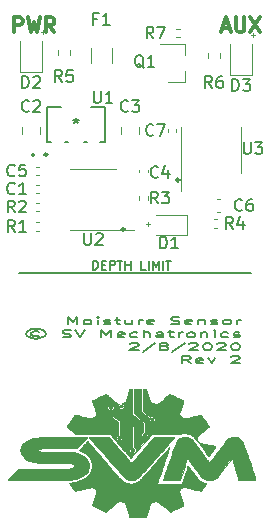
<source format=gbr>
G04 #@! TF.GenerationSoftware,KiCad,Pcbnew,(5.1.5)-3*
G04 #@! TF.CreationDate,2021-02-08T22:28:45-08:00*
G04 #@! TF.ProjectId,MoistureSensor,4d6f6973-7475-4726-9553-656e736f722e,rev?*
G04 #@! TF.SameCoordinates,Original*
G04 #@! TF.FileFunction,Legend,Top*
G04 #@! TF.FilePolarity,Positive*
%FSLAX46Y46*%
G04 Gerber Fmt 4.6, Leading zero omitted, Abs format (unit mm)*
G04 Created by KiCad (PCBNEW (5.1.5)-3) date 2021-02-08 22:28:45*
%MOMM*%
%LPD*%
G04 APERTURE LIST*
%ADD10C,0.120000*%
%ADD11C,0.312500*%
%ADD12C,0.150000*%
%ADD13C,0.200000*%
%ADD14C,0.156250*%
%ADD15C,0.279400*%
%ADD16C,0.152400*%
%ADD17C,0.010000*%
G04 APERTURE END LIST*
D10*
X150622000Y-59055000D02*
X150622000Y-59436000D01*
X150431500Y-59245500D02*
X150812500Y-59245500D01*
X132842000Y-58801000D02*
X132842000Y-59182000D01*
X132651500Y-58991500D02*
X133032500Y-58991500D01*
D11*
X148058380Y-58628333D02*
X148653619Y-58628333D01*
X147939333Y-58985476D02*
X148356000Y-57735476D01*
X148772666Y-58985476D01*
X149189333Y-57735476D02*
X149189333Y-58747380D01*
X149248857Y-58866428D01*
X149308380Y-58925952D01*
X149427428Y-58985476D01*
X149665523Y-58985476D01*
X149784571Y-58925952D01*
X149844095Y-58866428D01*
X149903619Y-58747380D01*
X149903619Y-57735476D01*
X150379809Y-57735476D02*
X151213142Y-58985476D01*
X151213142Y-57735476D02*
X150379809Y-58985476D01*
X130413333Y-58985476D02*
X130413333Y-57735476D01*
X130889523Y-57735476D01*
X131008571Y-57795000D01*
X131068095Y-57854523D01*
X131127619Y-57973571D01*
X131127619Y-58152142D01*
X131068095Y-58271190D01*
X131008571Y-58330714D01*
X130889523Y-58390238D01*
X130413333Y-58390238D01*
X131544285Y-57735476D02*
X131841904Y-58985476D01*
X132080000Y-58092619D01*
X132318095Y-58985476D01*
X132615714Y-57735476D01*
X133806190Y-58985476D02*
X133389523Y-58390238D01*
X133091904Y-58985476D02*
X133091904Y-57735476D01*
X133568095Y-57735476D01*
X133687142Y-57795000D01*
X133746666Y-57854523D01*
X133806190Y-57973571D01*
X133806190Y-58152142D01*
X133746666Y-58271190D01*
X133687142Y-58330714D01*
X133568095Y-58390238D01*
X133091904Y-58390238D01*
D10*
X141541500Y-75247500D02*
X141922500Y-75247500D01*
X141732000Y-75057000D02*
X141732000Y-75438000D01*
D12*
X137085000Y-79079285D02*
X137085000Y-78329285D01*
X137263571Y-78329285D01*
X137370714Y-78365000D01*
X137442142Y-78436428D01*
X137477857Y-78507857D01*
X137513571Y-78650714D01*
X137513571Y-78757857D01*
X137477857Y-78900714D01*
X137442142Y-78972142D01*
X137370714Y-79043571D01*
X137263571Y-79079285D01*
X137085000Y-79079285D01*
X137835000Y-78686428D02*
X138085000Y-78686428D01*
X138192142Y-79079285D02*
X137835000Y-79079285D01*
X137835000Y-78329285D01*
X138192142Y-78329285D01*
X138513571Y-79079285D02*
X138513571Y-78329285D01*
X138799285Y-78329285D01*
X138870714Y-78365000D01*
X138906428Y-78400714D01*
X138942142Y-78472142D01*
X138942142Y-78579285D01*
X138906428Y-78650714D01*
X138870714Y-78686428D01*
X138799285Y-78722142D01*
X138513571Y-78722142D01*
X139156428Y-78329285D02*
X139585000Y-78329285D01*
X139370714Y-79079285D02*
X139370714Y-78329285D01*
X139835000Y-79079285D02*
X139835000Y-78329285D01*
X139835000Y-78686428D02*
X140263571Y-78686428D01*
X140263571Y-79079285D02*
X140263571Y-78329285D01*
X141549285Y-79079285D02*
X141192142Y-79079285D01*
X141192142Y-78329285D01*
X141799285Y-79079285D02*
X141799285Y-78329285D01*
X142156428Y-79079285D02*
X142156428Y-78329285D01*
X142406428Y-78865000D01*
X142656428Y-78329285D01*
X142656428Y-79079285D01*
X143013571Y-79079285D02*
X143013571Y-78329285D01*
X143263571Y-78329285D02*
X143692142Y-78329285D01*
X143477857Y-79079285D02*
X143477857Y-78329285D01*
D13*
X130810000Y-79375000D02*
X150495000Y-79375000D01*
D14*
X134937008Y-83732113D02*
X134937008Y-83107113D01*
X135353675Y-83553541D01*
X135770342Y-83107113D01*
X135770342Y-83732113D01*
X136544151Y-83732113D02*
X136425104Y-83702351D01*
X136365580Y-83672589D01*
X136306056Y-83613065D01*
X136306056Y-83434494D01*
X136365580Y-83374970D01*
X136425104Y-83345208D01*
X136544151Y-83315446D01*
X136722723Y-83315446D01*
X136841770Y-83345208D01*
X136901294Y-83374970D01*
X136960818Y-83434494D01*
X136960818Y-83613065D01*
X136901294Y-83672589D01*
X136841770Y-83702351D01*
X136722723Y-83732113D01*
X136544151Y-83732113D01*
X137496532Y-83732113D02*
X137496532Y-83315446D01*
X137496532Y-83107113D02*
X137437008Y-83136875D01*
X137496532Y-83166636D01*
X137556056Y-83136875D01*
X137496532Y-83107113D01*
X137496532Y-83166636D01*
X138032247Y-83702351D02*
X138151294Y-83732113D01*
X138389389Y-83732113D01*
X138508437Y-83702351D01*
X138567961Y-83642827D01*
X138567961Y-83613065D01*
X138508437Y-83553541D01*
X138389389Y-83523779D01*
X138210818Y-83523779D01*
X138091770Y-83494017D01*
X138032247Y-83434494D01*
X138032247Y-83404732D01*
X138091770Y-83345208D01*
X138210818Y-83315446D01*
X138389389Y-83315446D01*
X138508437Y-83345208D01*
X138925104Y-83315446D02*
X139401294Y-83315446D01*
X139103675Y-83107113D02*
X139103675Y-83642827D01*
X139163199Y-83702351D01*
X139282247Y-83732113D01*
X139401294Y-83732113D01*
X140353675Y-83315446D02*
X140353675Y-83732113D01*
X139817961Y-83315446D02*
X139817961Y-83642827D01*
X139877485Y-83702351D01*
X139996532Y-83732113D01*
X140175104Y-83732113D01*
X140294151Y-83702351D01*
X140353675Y-83672589D01*
X140948913Y-83732113D02*
X140948913Y-83315446D01*
X140948913Y-83434494D02*
X141008437Y-83374970D01*
X141067961Y-83345208D01*
X141187008Y-83315446D01*
X141306056Y-83315446D01*
X142198913Y-83702351D02*
X142079866Y-83732113D01*
X141841770Y-83732113D01*
X141722723Y-83702351D01*
X141663199Y-83642827D01*
X141663199Y-83404732D01*
X141722723Y-83345208D01*
X141841770Y-83315446D01*
X142079866Y-83315446D01*
X142198913Y-83345208D01*
X142258437Y-83404732D01*
X142258437Y-83464255D01*
X141663199Y-83523779D01*
X143687008Y-83702351D02*
X143865580Y-83732113D01*
X144163199Y-83732113D01*
X144282247Y-83702351D01*
X144341770Y-83672589D01*
X144401294Y-83613065D01*
X144401294Y-83553541D01*
X144341770Y-83494017D01*
X144282247Y-83464255D01*
X144163199Y-83434494D01*
X143925104Y-83404732D01*
X143806056Y-83374970D01*
X143746532Y-83345208D01*
X143687008Y-83285684D01*
X143687008Y-83226160D01*
X143746532Y-83166636D01*
X143806056Y-83136875D01*
X143925104Y-83107113D01*
X144222723Y-83107113D01*
X144401294Y-83136875D01*
X145413199Y-83702351D02*
X145294151Y-83732113D01*
X145056056Y-83732113D01*
X144937008Y-83702351D01*
X144877485Y-83642827D01*
X144877485Y-83404732D01*
X144937008Y-83345208D01*
X145056056Y-83315446D01*
X145294151Y-83315446D01*
X145413199Y-83345208D01*
X145472723Y-83404732D01*
X145472723Y-83464255D01*
X144877485Y-83523779D01*
X146008437Y-83315446D02*
X146008437Y-83732113D01*
X146008437Y-83374970D02*
X146067961Y-83345208D01*
X146187008Y-83315446D01*
X146365580Y-83315446D01*
X146484627Y-83345208D01*
X146544151Y-83404732D01*
X146544151Y-83732113D01*
X147079866Y-83702351D02*
X147198913Y-83732113D01*
X147437008Y-83732113D01*
X147556056Y-83702351D01*
X147615580Y-83642827D01*
X147615580Y-83613065D01*
X147556056Y-83553541D01*
X147437008Y-83523779D01*
X147258437Y-83523779D01*
X147139389Y-83494017D01*
X147079866Y-83434494D01*
X147079866Y-83404732D01*
X147139389Y-83345208D01*
X147258437Y-83315446D01*
X147437008Y-83315446D01*
X147556056Y-83345208D01*
X148329866Y-83732113D02*
X148210818Y-83702351D01*
X148151294Y-83672589D01*
X148091770Y-83613065D01*
X148091770Y-83434494D01*
X148151294Y-83374970D01*
X148210818Y-83345208D01*
X148329866Y-83315446D01*
X148508437Y-83315446D01*
X148627485Y-83345208D01*
X148687008Y-83374970D01*
X148746532Y-83434494D01*
X148746532Y-83613065D01*
X148687008Y-83672589D01*
X148627485Y-83702351D01*
X148508437Y-83732113D01*
X148329866Y-83732113D01*
X149282247Y-83732113D02*
X149282247Y-83315446D01*
X149282247Y-83434494D02*
X149341770Y-83374970D01*
X149401294Y-83345208D01*
X149520342Y-83315446D01*
X149639389Y-83315446D01*
X132496532Y-84349672D02*
X132377485Y-84319910D01*
X132139389Y-84319910D01*
X132020342Y-84349672D01*
X131901294Y-84409196D01*
X131841770Y-84468720D01*
X131841770Y-84587767D01*
X131901294Y-84647291D01*
X132020342Y-84706815D01*
X132139389Y-84736577D01*
X132377485Y-84736577D01*
X132496532Y-84706815D01*
X132258437Y-84111577D02*
X131960818Y-84141339D01*
X131663199Y-84230625D01*
X131484627Y-84379434D01*
X131425104Y-84528244D01*
X131484627Y-84677053D01*
X131663199Y-84825863D01*
X131960818Y-84915148D01*
X132258437Y-84944910D01*
X132556056Y-84915148D01*
X132853675Y-84825863D01*
X133032247Y-84677053D01*
X133091770Y-84528244D01*
X133032247Y-84379434D01*
X132853675Y-84230625D01*
X132556056Y-84141339D01*
X132258437Y-84111577D01*
X134520342Y-84796101D02*
X134698913Y-84825863D01*
X134996532Y-84825863D01*
X135115580Y-84796101D01*
X135175104Y-84766339D01*
X135234627Y-84706815D01*
X135234627Y-84647291D01*
X135175104Y-84587767D01*
X135115580Y-84558005D01*
X134996532Y-84528244D01*
X134758437Y-84498482D01*
X134639389Y-84468720D01*
X134579866Y-84438958D01*
X134520342Y-84379434D01*
X134520342Y-84319910D01*
X134579866Y-84260386D01*
X134639389Y-84230625D01*
X134758437Y-84200863D01*
X135056056Y-84200863D01*
X135234627Y-84230625D01*
X135591770Y-84200863D02*
X136008437Y-84825863D01*
X136425104Y-84200863D01*
X137794151Y-84825863D02*
X137794151Y-84200863D01*
X138210818Y-84647291D01*
X138627485Y-84200863D01*
X138627485Y-84825863D01*
X139698913Y-84796101D02*
X139579866Y-84825863D01*
X139341770Y-84825863D01*
X139222723Y-84796101D01*
X139163199Y-84736577D01*
X139163199Y-84498482D01*
X139222723Y-84438958D01*
X139341770Y-84409196D01*
X139579866Y-84409196D01*
X139698913Y-84438958D01*
X139758437Y-84498482D01*
X139758437Y-84558005D01*
X139163199Y-84617529D01*
X140829866Y-84796101D02*
X140710818Y-84825863D01*
X140472723Y-84825863D01*
X140353675Y-84796101D01*
X140294151Y-84766339D01*
X140234627Y-84706815D01*
X140234627Y-84528244D01*
X140294151Y-84468720D01*
X140353675Y-84438958D01*
X140472723Y-84409196D01*
X140710818Y-84409196D01*
X140829866Y-84438958D01*
X141365580Y-84825863D02*
X141365580Y-84200863D01*
X141901294Y-84825863D02*
X141901294Y-84498482D01*
X141841770Y-84438958D01*
X141722723Y-84409196D01*
X141544151Y-84409196D01*
X141425104Y-84438958D01*
X141365580Y-84468720D01*
X143032247Y-84825863D02*
X143032247Y-84498482D01*
X142972723Y-84438958D01*
X142853675Y-84409196D01*
X142615580Y-84409196D01*
X142496532Y-84438958D01*
X143032247Y-84796101D02*
X142913199Y-84825863D01*
X142615580Y-84825863D01*
X142496532Y-84796101D01*
X142437008Y-84736577D01*
X142437008Y-84677053D01*
X142496532Y-84617529D01*
X142615580Y-84587767D01*
X142913199Y-84587767D01*
X143032247Y-84558005D01*
X143448913Y-84409196D02*
X143925104Y-84409196D01*
X143627485Y-84200863D02*
X143627485Y-84736577D01*
X143687008Y-84796101D01*
X143806056Y-84825863D01*
X143925104Y-84825863D01*
X144341770Y-84825863D02*
X144341770Y-84409196D01*
X144341770Y-84528244D02*
X144401294Y-84468720D01*
X144460818Y-84438958D01*
X144579866Y-84409196D01*
X144698913Y-84409196D01*
X145294151Y-84825863D02*
X145175104Y-84796101D01*
X145115580Y-84766339D01*
X145056056Y-84706815D01*
X145056056Y-84528244D01*
X145115580Y-84468720D01*
X145175104Y-84438958D01*
X145294151Y-84409196D01*
X145472723Y-84409196D01*
X145591770Y-84438958D01*
X145651294Y-84468720D01*
X145710818Y-84528244D01*
X145710818Y-84706815D01*
X145651294Y-84766339D01*
X145591770Y-84796101D01*
X145472723Y-84825863D01*
X145294151Y-84825863D01*
X146246532Y-84409196D02*
X146246532Y-84825863D01*
X146246532Y-84468720D02*
X146306056Y-84438958D01*
X146425104Y-84409196D01*
X146603675Y-84409196D01*
X146722723Y-84438958D01*
X146782247Y-84498482D01*
X146782247Y-84825863D01*
X147377485Y-84825863D02*
X147377485Y-84409196D01*
X147377485Y-84200863D02*
X147317961Y-84230625D01*
X147377485Y-84260386D01*
X147437008Y-84230625D01*
X147377485Y-84200863D01*
X147377485Y-84260386D01*
X148508437Y-84796101D02*
X148389389Y-84825863D01*
X148151294Y-84825863D01*
X148032247Y-84796101D01*
X147972723Y-84766339D01*
X147913199Y-84706815D01*
X147913199Y-84528244D01*
X147972723Y-84468720D01*
X148032247Y-84438958D01*
X148151294Y-84409196D01*
X148389389Y-84409196D01*
X148508437Y-84438958D01*
X148984627Y-84796101D02*
X149103675Y-84825863D01*
X149341770Y-84825863D01*
X149460818Y-84796101D01*
X149520342Y-84736577D01*
X149520342Y-84706815D01*
X149460818Y-84647291D01*
X149341770Y-84617529D01*
X149163199Y-84617529D01*
X149044151Y-84587767D01*
X148984627Y-84528244D01*
X148984627Y-84498482D01*
X149044151Y-84438958D01*
X149163199Y-84409196D01*
X149341770Y-84409196D01*
X149460818Y-84438958D01*
X140234627Y-85354136D02*
X140294151Y-85324375D01*
X140413199Y-85294613D01*
X140710818Y-85294613D01*
X140829866Y-85324375D01*
X140889389Y-85354136D01*
X140948913Y-85413660D01*
X140948913Y-85473184D01*
X140889389Y-85562470D01*
X140175104Y-85919613D01*
X140948913Y-85919613D01*
X142377485Y-85264851D02*
X141306056Y-86068422D01*
X142972723Y-85562470D02*
X142853675Y-85532708D01*
X142794151Y-85502946D01*
X142734627Y-85443422D01*
X142734627Y-85413660D01*
X142794151Y-85354136D01*
X142853675Y-85324375D01*
X142972723Y-85294613D01*
X143210818Y-85294613D01*
X143329866Y-85324375D01*
X143389389Y-85354136D01*
X143448913Y-85413660D01*
X143448913Y-85443422D01*
X143389389Y-85502946D01*
X143329866Y-85532708D01*
X143210818Y-85562470D01*
X142972723Y-85562470D01*
X142853675Y-85592232D01*
X142794151Y-85621994D01*
X142734627Y-85681517D01*
X142734627Y-85800565D01*
X142794151Y-85860089D01*
X142853675Y-85889851D01*
X142972723Y-85919613D01*
X143210818Y-85919613D01*
X143329866Y-85889851D01*
X143389389Y-85860089D01*
X143448913Y-85800565D01*
X143448913Y-85681517D01*
X143389389Y-85621994D01*
X143329866Y-85592232D01*
X143210818Y-85562470D01*
X144877485Y-85264851D02*
X143806056Y-86068422D01*
X145234627Y-85354136D02*
X145294151Y-85324375D01*
X145413199Y-85294613D01*
X145710818Y-85294613D01*
X145829866Y-85324375D01*
X145889389Y-85354136D01*
X145948913Y-85413660D01*
X145948913Y-85473184D01*
X145889389Y-85562470D01*
X145175104Y-85919613D01*
X145948913Y-85919613D01*
X146722723Y-85294613D02*
X146841770Y-85294613D01*
X146960818Y-85324375D01*
X147020342Y-85354136D01*
X147079866Y-85413660D01*
X147139389Y-85532708D01*
X147139389Y-85681517D01*
X147079866Y-85800565D01*
X147020342Y-85860089D01*
X146960818Y-85889851D01*
X146841770Y-85919613D01*
X146722723Y-85919613D01*
X146603675Y-85889851D01*
X146544151Y-85860089D01*
X146484627Y-85800565D01*
X146425104Y-85681517D01*
X146425104Y-85532708D01*
X146484627Y-85413660D01*
X146544151Y-85354136D01*
X146603675Y-85324375D01*
X146722723Y-85294613D01*
X147615580Y-85354136D02*
X147675104Y-85324375D01*
X147794151Y-85294613D01*
X148091770Y-85294613D01*
X148210818Y-85324375D01*
X148270342Y-85354136D01*
X148329866Y-85413660D01*
X148329866Y-85473184D01*
X148270342Y-85562470D01*
X147556056Y-85919613D01*
X148329866Y-85919613D01*
X149103675Y-85294613D02*
X149222723Y-85294613D01*
X149341770Y-85324375D01*
X149401294Y-85354136D01*
X149460818Y-85413660D01*
X149520342Y-85532708D01*
X149520342Y-85681517D01*
X149460818Y-85800565D01*
X149401294Y-85860089D01*
X149341770Y-85889851D01*
X149222723Y-85919613D01*
X149103675Y-85919613D01*
X148984627Y-85889851D01*
X148925104Y-85860089D01*
X148865580Y-85800565D01*
X148806056Y-85681517D01*
X148806056Y-85532708D01*
X148865580Y-85413660D01*
X148925104Y-85354136D01*
X148984627Y-85324375D01*
X149103675Y-85294613D01*
X145353675Y-87013363D02*
X144937008Y-86715744D01*
X144639389Y-87013363D02*
X144639389Y-86388363D01*
X145115580Y-86388363D01*
X145234627Y-86418125D01*
X145294151Y-86447886D01*
X145353675Y-86507410D01*
X145353675Y-86596696D01*
X145294151Y-86656220D01*
X145234627Y-86685982D01*
X145115580Y-86715744D01*
X144639389Y-86715744D01*
X146365580Y-86983601D02*
X146246532Y-87013363D01*
X146008437Y-87013363D01*
X145889389Y-86983601D01*
X145829866Y-86924077D01*
X145829866Y-86685982D01*
X145889389Y-86626458D01*
X146008437Y-86596696D01*
X146246532Y-86596696D01*
X146365580Y-86626458D01*
X146425104Y-86685982D01*
X146425104Y-86745505D01*
X145829866Y-86805029D01*
X146841770Y-86596696D02*
X147139389Y-87013363D01*
X147437008Y-86596696D01*
X148806056Y-86447886D02*
X148865580Y-86418125D01*
X148984627Y-86388363D01*
X149282247Y-86388363D01*
X149401294Y-86418125D01*
X149460818Y-86447886D01*
X149520342Y-86507410D01*
X149520342Y-86566934D01*
X149460818Y-86656220D01*
X148746532Y-87013363D01*
X149520342Y-87013363D01*
D15*
X133223000Y-69342000D02*
G75*
G03X133223000Y-69342000I-127000J0D01*
G01*
X144399000Y-71501000D02*
G75*
G03X144399000Y-71501000I-127000J0D01*
G01*
X139763500Y-75692000D02*
G75*
G03X139763500Y-75692000I-127000J0D01*
G01*
D16*
X132143500Y-69405500D02*
G75*
G03X132143500Y-69405500I-127000J0D01*
G01*
X134363460Y-65328800D02*
X133159500Y-65328800D01*
X137708640Y-68275200D02*
X138112500Y-68275200D01*
X136289805Y-68275200D02*
X136560560Y-68275200D01*
X134711440Y-68275200D02*
X135003619Y-68275200D01*
X133159500Y-65328800D02*
X133159500Y-68275200D01*
X138112500Y-65328800D02*
X136908540Y-65328800D01*
X138112500Y-68275200D02*
X138112500Y-65328800D01*
X133159500Y-68275200D02*
X133563360Y-68275200D01*
D10*
X137096500Y-75712000D02*
X140546500Y-75712000D01*
X137096500Y-75712000D02*
X135146500Y-75712000D01*
X137096500Y-70592000D02*
X139046500Y-70592000D01*
X137096500Y-70592000D02*
X135146500Y-70592000D01*
D17*
G36*
X138630034Y-90648249D02*
G01*
X138676119Y-90672040D01*
X138707540Y-90706352D01*
X138722667Y-90746813D01*
X138719868Y-90789055D01*
X138697512Y-90828707D01*
X138653970Y-90861400D01*
X138653809Y-90861482D01*
X138595896Y-90880852D01*
X138541561Y-90878345D01*
X138490428Y-90853924D01*
X138478540Y-90844756D01*
X138449485Y-90816932D01*
X138436337Y-90790532D01*
X138433325Y-90755559D01*
X138436953Y-90718327D01*
X138451272Y-90691572D01*
X138472197Y-90671629D01*
X138505022Y-90649689D01*
X138540888Y-90640573D01*
X138570915Y-90639348D01*
X138630034Y-90648249D01*
G37*
X138630034Y-90648249D02*
X138676119Y-90672040D01*
X138707540Y-90706352D01*
X138722667Y-90746813D01*
X138719868Y-90789055D01*
X138697512Y-90828707D01*
X138653970Y-90861400D01*
X138653809Y-90861482D01*
X138595896Y-90880852D01*
X138541561Y-90878345D01*
X138490428Y-90853924D01*
X138478540Y-90844756D01*
X138449485Y-90816932D01*
X138436337Y-90790532D01*
X138433325Y-90755559D01*
X138436953Y-90718327D01*
X138451272Y-90691572D01*
X138472197Y-90671629D01*
X138505022Y-90649689D01*
X138540888Y-90640573D01*
X138570915Y-90639348D01*
X138630034Y-90648249D01*
G36*
X139357755Y-93210842D02*
G01*
X139406556Y-93236223D01*
X139439019Y-93273717D01*
X139451568Y-93319421D01*
X139443666Y-93362420D01*
X139415709Y-93401335D01*
X139371669Y-93428802D01*
X139318827Y-93442900D01*
X139264468Y-93441714D01*
X139215874Y-93423323D01*
X139214877Y-93422678D01*
X139173336Y-93383254D01*
X139156450Y-93336499D01*
X139163160Y-93289803D01*
X139191411Y-93243742D01*
X139235250Y-93213460D01*
X139290759Y-93201557D01*
X139296192Y-93201476D01*
X139357755Y-93210842D01*
G37*
X139357755Y-93210842D02*
X139406556Y-93236223D01*
X139439019Y-93273717D01*
X139451568Y-93319421D01*
X139443666Y-93362420D01*
X139415709Y-93401335D01*
X139371669Y-93428802D01*
X139318827Y-93442900D01*
X139264468Y-93441714D01*
X139215874Y-93423323D01*
X139214877Y-93422678D01*
X139173336Y-93383254D01*
X139156450Y-93336499D01*
X139163160Y-93289803D01*
X139191411Y-93243742D01*
X139235250Y-93213460D01*
X139290759Y-93201557D01*
X139296192Y-93201476D01*
X139357755Y-93210842D01*
G36*
X139479173Y-90524179D02*
G01*
X139526194Y-90541881D01*
X139564030Y-90575756D01*
X139572244Y-90588302D01*
X139587058Y-90636422D01*
X139578828Y-90682171D01*
X139550923Y-90721096D01*
X139506715Y-90748745D01*
X139449575Y-90760664D01*
X139441655Y-90760826D01*
X139401665Y-90757067D01*
X139368814Y-90742646D01*
X139342938Y-90723278D01*
X139312968Y-90693942D01*
X139299880Y-90666010D01*
X139297723Y-90641299D01*
X139308627Y-90593977D01*
X139337694Y-90557548D01*
X139379453Y-90533068D01*
X139428436Y-90521593D01*
X139479173Y-90524179D01*
G37*
X139479173Y-90524179D02*
X139526194Y-90541881D01*
X139564030Y-90575756D01*
X139572244Y-90588302D01*
X139587058Y-90636422D01*
X139578828Y-90682171D01*
X139550923Y-90721096D01*
X139506715Y-90748745D01*
X139449575Y-90760664D01*
X139441655Y-90760826D01*
X139401665Y-90757067D01*
X139368814Y-90742646D01*
X139342938Y-90723278D01*
X139312968Y-90693942D01*
X139299880Y-90666010D01*
X139297723Y-90641299D01*
X139308627Y-90593977D01*
X139337694Y-90557548D01*
X139379453Y-90533068D01*
X139428436Y-90521593D01*
X139479173Y-90524179D01*
G36*
X142103862Y-91620196D02*
G01*
X142146743Y-91641504D01*
X142177174Y-91674747D01*
X142190516Y-91716553D01*
X142183337Y-91760626D01*
X142155808Y-91799005D01*
X142113599Y-91823106D01*
X142063500Y-91831683D01*
X142012304Y-91823494D01*
X141969684Y-91799762D01*
X141937653Y-91759835D01*
X141928578Y-91716326D01*
X141941556Y-91674496D01*
X141975688Y-91639608D01*
X141999314Y-91626876D01*
X142053172Y-91614196D01*
X142103862Y-91620196D01*
G37*
X142103862Y-91620196D02*
X142146743Y-91641504D01*
X142177174Y-91674747D01*
X142190516Y-91716553D01*
X142183337Y-91760626D01*
X142155808Y-91799005D01*
X142113599Y-91823106D01*
X142063500Y-91831683D01*
X142012304Y-91823494D01*
X141969684Y-91799762D01*
X141937653Y-91759835D01*
X141928578Y-91716326D01*
X141941556Y-91674496D01*
X141975688Y-91639608D01*
X141999314Y-91626876D01*
X142053172Y-91614196D01*
X142103862Y-91620196D01*
G36*
X141466921Y-92952631D02*
G01*
X141518357Y-92971409D01*
X141557380Y-93004278D01*
X141579256Y-93047305D01*
X141579709Y-93094627D01*
X141557961Y-93137948D01*
X141518962Y-93169524D01*
X141469106Y-93187721D01*
X141414788Y-93190903D01*
X141362403Y-93177437D01*
X141331360Y-93158110D01*
X141300497Y-93118695D01*
X141291012Y-93074088D01*
X141300936Y-93029603D01*
X141328300Y-92990548D01*
X141371136Y-92962235D01*
X141407805Y-92951872D01*
X141466921Y-92952631D01*
G37*
X141466921Y-92952631D02*
X141518357Y-92971409D01*
X141557380Y-93004278D01*
X141579256Y-93047305D01*
X141579709Y-93094627D01*
X141557961Y-93137948D01*
X141518962Y-93169524D01*
X141469106Y-93187721D01*
X141414788Y-93190903D01*
X141362403Y-93177437D01*
X141331360Y-93158110D01*
X141300497Y-93118695D01*
X141291012Y-93074088D01*
X141300936Y-93029603D01*
X141328300Y-92990548D01*
X141371136Y-92962235D01*
X141407805Y-92951872D01*
X141466921Y-92952631D01*
G36*
X140488033Y-94230657D02*
G01*
X140519068Y-94240123D01*
X140549957Y-94261271D01*
X140555754Y-94266026D01*
X140585424Y-94294870D01*
X140598541Y-94322297D01*
X140600969Y-94349909D01*
X140590060Y-94405121D01*
X140558116Y-94447729D01*
X140506313Y-94476183D01*
X140504973Y-94476634D01*
X140469917Y-94487762D01*
X140446806Y-94491479D01*
X140422824Y-94488440D01*
X140396739Y-94482167D01*
X140341801Y-94458761D01*
X140305017Y-94419635D01*
X140294559Y-94398278D01*
X140286286Y-94345971D01*
X140304140Y-94297336D01*
X140337089Y-94261573D01*
X140366964Y-94240661D01*
X140397972Y-94230917D01*
X140442559Y-94228479D01*
X140443741Y-94228478D01*
X140488033Y-94230657D01*
G37*
X140488033Y-94230657D02*
X140519068Y-94240123D01*
X140549957Y-94261271D01*
X140555754Y-94266026D01*
X140585424Y-94294870D01*
X140598541Y-94322297D01*
X140600969Y-94349909D01*
X140590060Y-94405121D01*
X140558116Y-94447729D01*
X140506313Y-94476183D01*
X140504973Y-94476634D01*
X140469917Y-94487762D01*
X140446806Y-94491479D01*
X140422824Y-94488440D01*
X140396739Y-94482167D01*
X140341801Y-94458761D01*
X140305017Y-94419635D01*
X140294559Y-94398278D01*
X140286286Y-94345971D01*
X140304140Y-94297336D01*
X140337089Y-94261573D01*
X140366964Y-94240661D01*
X140397972Y-94230917D01*
X140442559Y-94228479D01*
X140443741Y-94228478D01*
X140488033Y-94230657D01*
G36*
X146032452Y-93725398D02*
G01*
X146055496Y-93735485D01*
X146078288Y-93743323D01*
X146124890Y-93755548D01*
X146193162Y-93771704D01*
X146280966Y-93791333D01*
X146386161Y-93813979D01*
X146506608Y-93839185D01*
X146640169Y-93866493D01*
X146784703Y-93895447D01*
X146938071Y-93925590D01*
X147017461Y-93940976D01*
X147123665Y-93961576D01*
X147206986Y-93978185D01*
X147270482Y-93991689D01*
X147317210Y-94002972D01*
X147350229Y-94012919D01*
X147372596Y-94022416D01*
X147387369Y-94032348D01*
X147397605Y-94043600D01*
X147403743Y-94052790D01*
X147413424Y-94069834D01*
X147419433Y-94086453D01*
X147420704Y-94104642D01*
X147416172Y-94126402D01*
X147404771Y-94153731D01*
X147385434Y-94188626D01*
X147357096Y-94233088D01*
X147318691Y-94289113D01*
X147269154Y-94358700D01*
X147207418Y-94443849D01*
X147161965Y-94506130D01*
X147090821Y-94603494D01*
X147032225Y-94683605D01*
X146984917Y-94748087D01*
X146947640Y-94798563D01*
X146919132Y-94836658D01*
X146898136Y-94863994D01*
X146883391Y-94882198D01*
X146873637Y-94892891D01*
X146867617Y-94897699D01*
X146864069Y-94898245D01*
X146861735Y-94896152D01*
X146860655Y-94894659D01*
X146751397Y-94745119D01*
X146646650Y-94601462D01*
X146547208Y-94464786D01*
X146453861Y-94336193D01*
X146367403Y-94216783D01*
X146288623Y-94107656D01*
X146218315Y-94009913D01*
X146157270Y-93924653D01*
X146106280Y-93852977D01*
X146066136Y-93795986D01*
X146037631Y-93754779D01*
X146021557Y-93730458D01*
X146018169Y-93723905D01*
X146032452Y-93725398D01*
G37*
X146032452Y-93725398D02*
X146055496Y-93735485D01*
X146078288Y-93743323D01*
X146124890Y-93755548D01*
X146193162Y-93771704D01*
X146280966Y-93791333D01*
X146386161Y-93813979D01*
X146506608Y-93839185D01*
X146640169Y-93866493D01*
X146784703Y-93895447D01*
X146938071Y-93925590D01*
X147017461Y-93940976D01*
X147123665Y-93961576D01*
X147206986Y-93978185D01*
X147270482Y-93991689D01*
X147317210Y-94002972D01*
X147350229Y-94012919D01*
X147372596Y-94022416D01*
X147387369Y-94032348D01*
X147397605Y-94043600D01*
X147403743Y-94052790D01*
X147413424Y-94069834D01*
X147419433Y-94086453D01*
X147420704Y-94104642D01*
X147416172Y-94126402D01*
X147404771Y-94153731D01*
X147385434Y-94188626D01*
X147357096Y-94233088D01*
X147318691Y-94289113D01*
X147269154Y-94358700D01*
X147207418Y-94443849D01*
X147161965Y-94506130D01*
X147090821Y-94603494D01*
X147032225Y-94683605D01*
X146984917Y-94748087D01*
X146947640Y-94798563D01*
X146919132Y-94836658D01*
X146898136Y-94863994D01*
X146883391Y-94882198D01*
X146873637Y-94892891D01*
X146867617Y-94897699D01*
X146864069Y-94898245D01*
X146861735Y-94896152D01*
X146860655Y-94894659D01*
X146751397Y-94745119D01*
X146646650Y-94601462D01*
X146547208Y-94464786D01*
X146453861Y-94336193D01*
X146367403Y-94216783D01*
X146288623Y-94107656D01*
X146218315Y-94009913D01*
X146157270Y-93924653D01*
X146106280Y-93852977D01*
X146066136Y-93795986D01*
X146037631Y-93754779D01*
X146021557Y-93730458D01*
X146018169Y-93723905D01*
X146032452Y-93725398D01*
G36*
X140401493Y-91307595D02*
G01*
X140873587Y-91699522D01*
X141345681Y-92091448D01*
X141345681Y-92845945D01*
X141286192Y-92874896D01*
X141228429Y-92914440D01*
X141182367Y-92968275D01*
X141154143Y-93029094D01*
X141152972Y-93033509D01*
X141150908Y-93092531D01*
X141170959Y-93152150D01*
X141209402Y-93207733D01*
X141262513Y-93254646D01*
X141326566Y-93288255D01*
X141366989Y-93299772D01*
X141452535Y-93306362D01*
X141532624Y-93292519D01*
X141603257Y-93259786D01*
X141660433Y-93209702D01*
X141683156Y-93177921D01*
X141712384Y-93108133D01*
X141715404Y-93040880D01*
X141692435Y-92977333D01*
X141643698Y-92918660D01*
X141632662Y-92909085D01*
X141592727Y-92880539D01*
X141550783Y-92857574D01*
X141527272Y-92848608D01*
X141478665Y-92835287D01*
X141478665Y-92058320D01*
X140999922Y-91660869D01*
X140521178Y-91263419D01*
X140521178Y-89181609D01*
X141172801Y-89181609D01*
X141172801Y-91086778D01*
X141497794Y-91356494D01*
X141585376Y-91429360D01*
X141655681Y-91488373D01*
X141710428Y-91535139D01*
X141751332Y-91571268D01*
X141780111Y-91598365D01*
X141798482Y-91618041D01*
X141808162Y-91631901D01*
X141810868Y-91641555D01*
X141808873Y-91647800D01*
X141802329Y-91669937D01*
X141799418Y-91705576D01*
X141800339Y-91739554D01*
X141808380Y-91790479D01*
X141826600Y-91830339D01*
X141859670Y-91866154D01*
X141908895Y-91902689D01*
X141969673Y-91930252D01*
X142041676Y-91942027D01*
X142116988Y-91937563D01*
X142183304Y-91918337D01*
X142249841Y-91878010D01*
X142297128Y-91823615D01*
X142322667Y-91758239D01*
X142325072Y-91743093D01*
X142320863Y-91677940D01*
X142294626Y-91619667D01*
X142250362Y-91570632D01*
X142192075Y-91533190D01*
X142123768Y-91509697D01*
X142049445Y-91502509D01*
X141973109Y-91513984D01*
X141949206Y-91521870D01*
X141894460Y-91542516D01*
X141305786Y-91053298D01*
X141305786Y-89181609D01*
X141430591Y-89181609D01*
X141489485Y-89182005D01*
X141527682Y-89183895D01*
X141551078Y-89188331D01*
X141565565Y-89196366D01*
X141575860Y-89207544D01*
X141586834Y-89228085D01*
X141603250Y-89268866D01*
X141625172Y-89330073D01*
X141652660Y-89411893D01*
X141685775Y-89514513D01*
X141724580Y-89638119D01*
X141769135Y-89782900D01*
X141817836Y-89943513D01*
X141842039Y-90022619D01*
X141865286Y-90096376D01*
X141886502Y-90161548D01*
X141904616Y-90214904D01*
X141918556Y-90253208D01*
X141927140Y-90273042D01*
X141952647Y-90303492D01*
X141988581Y-90331376D01*
X141996058Y-90335687D01*
X142034927Y-90352269D01*
X142093206Y-90371818D01*
X142164339Y-90392521D01*
X142241769Y-90412566D01*
X142318941Y-90430138D01*
X142379839Y-90441844D01*
X142466592Y-90449001D01*
X142544506Y-90437718D01*
X142619948Y-90406746D01*
X142650592Y-90388733D01*
X142672735Y-90372512D01*
X142710909Y-90342046D01*
X142762925Y-90299182D01*
X142826594Y-90245765D01*
X142899727Y-90183640D01*
X142980134Y-90114654D01*
X143065626Y-90040653D01*
X143128047Y-89986223D01*
X143226943Y-89899844D01*
X143309356Y-89828219D01*
X143376993Y-89769992D01*
X143431565Y-89723806D01*
X143474779Y-89688303D01*
X143508345Y-89662126D01*
X143533971Y-89643919D01*
X143553366Y-89632323D01*
X143568239Y-89625982D01*
X143580299Y-89623538D01*
X143584935Y-89623348D01*
X143608279Y-89627614D01*
X143646882Y-89640859D01*
X143702316Y-89663748D01*
X143776152Y-89696949D01*
X143869960Y-89741129D01*
X143925702Y-89767958D01*
X144024021Y-89815390D01*
X144131007Y-89866728D01*
X144239448Y-89918530D01*
X144342132Y-89967355D01*
X144431848Y-90009760D01*
X144461218Y-90023559D01*
X144534781Y-90058776D01*
X144601665Y-90092175D01*
X144657874Y-90121650D01*
X144699415Y-90145096D01*
X144722291Y-90160407D01*
X144724033Y-90162046D01*
X144739945Y-90184096D01*
X144747507Y-90210472D01*
X144746405Y-90244806D01*
X144736326Y-90290729D01*
X144716956Y-90351872D01*
X144704622Y-90386709D01*
X144690332Y-90426613D01*
X144669847Y-90484400D01*
X144644340Y-90556731D01*
X144614984Y-90640265D01*
X144582953Y-90731663D01*
X144549421Y-90827587D01*
X144517416Y-90919370D01*
X144480928Y-91024505D01*
X144451422Y-91110559D01*
X144428294Y-91179623D01*
X144410942Y-91233787D01*
X144398764Y-91275140D01*
X144391157Y-91305772D01*
X144387518Y-91327773D01*
X144387246Y-91343233D01*
X144389736Y-91354242D01*
X144391132Y-91357396D01*
X144406558Y-91376586D01*
X144437835Y-91407195D01*
X144481031Y-91446010D01*
X144532215Y-91489822D01*
X144587457Y-91535418D01*
X144642824Y-91579587D01*
X144694387Y-91619119D01*
X144738214Y-91650801D01*
X144770373Y-91671423D01*
X144782659Y-91677224D01*
X144823679Y-91685721D01*
X144859065Y-91688478D01*
X144885365Y-91685289D01*
X144935104Y-91676023D01*
X145006315Y-91661132D01*
X145097029Y-91641069D01*
X145205277Y-91616287D01*
X145329092Y-91587237D01*
X145466504Y-91554374D01*
X145615546Y-91518148D01*
X145774249Y-91479012D01*
X145822479Y-91467014D01*
X145910318Y-91445466D01*
X145991292Y-91426257D01*
X146061405Y-91410283D01*
X146116665Y-91398438D01*
X146153078Y-91391618D01*
X146164704Y-91390304D01*
X146188136Y-91393480D01*
X146212310Y-91404271D01*
X146239006Y-91424571D01*
X146270005Y-91456273D01*
X146307088Y-91501271D01*
X146352037Y-91561459D01*
X146406632Y-91638730D01*
X146429554Y-91671913D01*
X146485695Y-91753116D01*
X146549364Y-91844489D01*
X146615341Y-91938589D01*
X146678407Y-92027970D01*
X146730827Y-92101670D01*
X146775263Y-92165061D01*
X146815145Y-92224340D01*
X146848331Y-92276128D01*
X146872680Y-92317046D01*
X146886048Y-92343718D01*
X146887756Y-92349164D01*
X146889392Y-92360095D01*
X146888452Y-92370617D01*
X146883040Y-92382524D01*
X146871263Y-92397610D01*
X146851227Y-92417668D01*
X146821036Y-92444494D01*
X146778796Y-92479880D01*
X146722614Y-92525621D01*
X146650594Y-92583511D01*
X146584025Y-92636797D01*
X146448295Y-92745526D01*
X146330618Y-92840143D01*
X146229733Y-92921725D01*
X146144384Y-92991349D01*
X146073311Y-93050092D01*
X146015256Y-93099031D01*
X145968960Y-93139243D01*
X145933166Y-93171804D01*
X145906614Y-93197791D01*
X145888047Y-93218281D01*
X145876206Y-93234351D01*
X145869832Y-93247078D01*
X145869422Y-93248284D01*
X145865358Y-93286444D01*
X145871206Y-93341778D01*
X145886325Y-93411187D01*
X145910074Y-93491571D01*
X145933708Y-93558654D01*
X145946807Y-93596350D01*
X145954808Y-93625062D01*
X145956146Y-93639078D01*
X145955863Y-93639443D01*
X145946886Y-93632778D01*
X145927326Y-93610741D01*
X145900217Y-93576936D01*
X145873584Y-93541745D01*
X145757747Y-93396777D01*
X145639874Y-93273143D01*
X145518745Y-93170101D01*
X145393142Y-93086911D01*
X145261848Y-93022829D01*
X145123644Y-92977114D01*
X144977311Y-92949024D01*
X144886101Y-92940383D01*
X144829526Y-92938376D01*
X144778282Y-92940685D01*
X144722366Y-92948252D01*
X144651773Y-92962020D01*
X144647931Y-92962834D01*
X144512537Y-92991609D01*
X142052143Y-92991609D01*
X141171007Y-94013130D01*
X141055486Y-94146981D01*
X140944260Y-94275709D01*
X140838311Y-94398185D01*
X140738619Y-94513282D01*
X140646166Y-94619872D01*
X140561932Y-94716828D01*
X140486897Y-94803023D01*
X140422044Y-94877328D01*
X140368354Y-94938616D01*
X140326806Y-94985760D01*
X140298382Y-95017631D01*
X140284064Y-95033103D01*
X140282514Y-95034448D01*
X140273996Y-95025606D01*
X140251058Y-94999888D01*
X140214679Y-94958430D01*
X140165840Y-94902364D01*
X140105518Y-94832825D01*
X140034694Y-94750946D01*
X139954347Y-94657860D01*
X139865455Y-94554702D01*
X139768998Y-94442606D01*
X139665955Y-94322705D01*
X139557305Y-94196133D01*
X139444029Y-94064023D01*
X139402614Y-94015687D01*
X138530070Y-92997130D01*
X137058526Y-92994321D01*
X135586981Y-92991512D01*
X135241596Y-92705440D01*
X135162091Y-92639103D01*
X135088308Y-92576606D01*
X135022459Y-92519896D01*
X134966760Y-92470920D01*
X134923424Y-92431623D01*
X134894666Y-92403954D01*
X134882756Y-92389983D01*
X134875549Y-92356724D01*
X134877951Y-92330994D01*
X134887038Y-92313336D01*
X134907849Y-92279832D01*
X134938347Y-92233536D01*
X134976498Y-92177506D01*
X135020264Y-92114796D01*
X135048540Y-92075000D01*
X135104825Y-91995724D01*
X135166193Y-91908285D01*
X135228075Y-91819260D01*
X135285902Y-91735227D01*
X135335103Y-91662764D01*
X135340083Y-91655348D01*
X135397245Y-91572035D01*
X135445139Y-91506962D01*
X135485568Y-91458285D01*
X135520337Y-91424162D01*
X135551248Y-91402750D01*
X135580107Y-91392206D01*
X135599527Y-91390304D01*
X135625868Y-91393504D01*
X135671873Y-91402303D01*
X135731901Y-91415501D01*
X135800313Y-91431897D01*
X135829120Y-91439174D01*
X135948022Y-91469406D01*
X136071388Y-91500294D01*
X136196408Y-91531172D01*
X136320273Y-91561377D01*
X136440174Y-91590245D01*
X136553303Y-91617113D01*
X136656850Y-91641316D01*
X136748005Y-91662190D01*
X136823961Y-91679071D01*
X136881907Y-91691296D01*
X136919035Y-91698201D01*
X136930663Y-91699522D01*
X136951979Y-91696854D01*
X136976193Y-91687259D01*
X137007351Y-91668345D01*
X137049501Y-91637721D01*
X137094224Y-91602891D01*
X137182455Y-91532187D01*
X137252116Y-91473159D01*
X137304525Y-91422819D01*
X137341001Y-91378179D01*
X137362862Y-91336251D01*
X137371426Y-91294046D01*
X137368012Y-91248576D01*
X137353939Y-91196853D01*
X137330523Y-91135888D01*
X137315685Y-91100913D01*
X137298733Y-91059425D01*
X137275910Y-91000353D01*
X137248567Y-90927370D01*
X137218059Y-90844148D01*
X137188573Y-90762237D01*
X138295977Y-90762237D01*
X138307329Y-90826314D01*
X138338917Y-90885153D01*
X138386823Y-90933959D01*
X138447128Y-90967938D01*
X138470153Y-90975365D01*
X138480486Y-90978716D01*
X138488089Y-90984560D01*
X138493381Y-90995946D01*
X138496780Y-91015923D01*
X138498705Y-91047539D01*
X138499575Y-91093845D01*
X138499808Y-91157887D01*
X138499817Y-91191362D01*
X138499817Y-91399539D01*
X138865524Y-91695300D01*
X139231231Y-91991060D01*
X139231231Y-93090551D01*
X139180103Y-93112212D01*
X139110902Y-93152467D01*
X139060522Y-93204332D01*
X139029949Y-93263950D01*
X139020173Y-93327463D01*
X139032183Y-93391014D01*
X139066966Y-93450745D01*
X139087673Y-93472890D01*
X139153104Y-93519459D01*
X139228571Y-93547321D01*
X139309383Y-93555697D01*
X139390850Y-93543803D01*
X139430443Y-93529978D01*
X139499999Y-93489683D01*
X139549138Y-93438883D01*
X139577947Y-93381140D01*
X139586513Y-93320017D01*
X139574921Y-93259078D01*
X139543260Y-93201885D01*
X139491614Y-93152002D01*
X139420313Y-93113087D01*
X139351011Y-93085478D01*
X139350964Y-92516245D01*
X139350917Y-91947011D01*
X138621225Y-91362695D01*
X138620364Y-91178574D01*
X138619503Y-90994452D01*
X138667188Y-90981383D01*
X138740306Y-90950646D01*
X138797117Y-90905194D01*
X138835778Y-90848843D01*
X138854448Y-90785412D01*
X138851286Y-90718720D01*
X138825188Y-90653808D01*
X138778476Y-90596688D01*
X138720054Y-90556674D01*
X138653798Y-90532971D01*
X138583582Y-90524787D01*
X138513278Y-90531328D01*
X138446761Y-90551799D01*
X138387905Y-90585407D01*
X138340583Y-90631359D01*
X138308670Y-90688861D01*
X138296038Y-90757119D01*
X138295977Y-90762237D01*
X137188573Y-90762237D01*
X137185737Y-90754360D01*
X137152953Y-90661680D01*
X137135540Y-90611739D01*
X137099420Y-90507152D01*
X137070473Y-90421543D01*
X137048373Y-90352699D01*
X137032795Y-90298406D01*
X137023413Y-90256453D01*
X137019903Y-90224626D01*
X137021939Y-90200711D01*
X137029196Y-90182496D01*
X137041347Y-90167768D01*
X137058069Y-90154313D01*
X137067338Y-90147852D01*
X137087813Y-90136275D01*
X137128825Y-90115144D01*
X137187742Y-90085745D01*
X137261929Y-90049364D01*
X137348752Y-90007289D01*
X137445577Y-89960807D01*
X137549769Y-89911204D01*
X137611441Y-89882030D01*
X137738578Y-89822138D01*
X137844859Y-89772491D01*
X137932485Y-89732321D01*
X138003654Y-89700862D01*
X138060568Y-89677347D01*
X138105426Y-89661009D01*
X138140427Y-89651081D01*
X138167772Y-89646795D01*
X138189661Y-89647386D01*
X138208293Y-89652085D01*
X138225868Y-89660125D01*
X138234377Y-89664833D01*
X138251340Y-89677076D01*
X138284424Y-89703251D01*
X138331267Y-89741405D01*
X138389508Y-89789586D01*
X138456785Y-89845843D01*
X138530737Y-89908224D01*
X138598360Y-89965695D01*
X138715522Y-90065565D01*
X138815660Y-90150764D01*
X138900261Y-90222477D01*
X138970813Y-90281892D01*
X139028804Y-90330194D01*
X139075724Y-90368572D01*
X139113059Y-90398210D01*
X139142297Y-90420296D01*
X139164928Y-90436016D01*
X139182439Y-90446556D01*
X139196318Y-90453104D01*
X139208054Y-90456845D01*
X139216496Y-90458548D01*
X139244812Y-90464166D01*
X139250347Y-90471425D01*
X139236405Y-90486270D01*
X139233423Y-90488986D01*
X139191223Y-90542742D01*
X139168079Y-90606185D01*
X139165409Y-90672467D01*
X139183094Y-90731756D01*
X139206766Y-90765006D01*
X139242427Y-90800218D01*
X139282665Y-90831256D01*
X139320070Y-90851983D01*
X139333368Y-90856182D01*
X139364215Y-90862612D01*
X139364215Y-91576257D01*
X139882854Y-91999249D01*
X140401493Y-92422240D01*
X140401493Y-93270142D01*
X140401450Y-93428189D01*
X140401299Y-93565566D01*
X140401007Y-93683690D01*
X140400538Y-93783978D01*
X140399858Y-93867847D01*
X140398933Y-93936713D01*
X140397730Y-93991994D01*
X140396213Y-94035107D01*
X140394348Y-94067469D01*
X140392102Y-94090495D01*
X140389440Y-94105605D01*
X140386328Y-94114213D01*
X140382732Y-94117738D01*
X140381015Y-94118043D01*
X140349224Y-94124580D01*
X140307410Y-94141140D01*
X140265509Y-94163146D01*
X140233493Y-94185990D01*
X140184433Y-94245301D01*
X140157478Y-94311002D01*
X140153651Y-94378618D01*
X140173972Y-94443675D01*
X140174476Y-94444628D01*
X140221292Y-94511252D01*
X140280952Y-94558650D01*
X140354379Y-94587338D01*
X140442498Y-94597834D01*
X140448037Y-94597896D01*
X140533865Y-94588207D01*
X140608835Y-94559288D01*
X140670280Y-94512923D01*
X140715537Y-94450895D01*
X140733905Y-94406607D01*
X140740949Y-94343139D01*
X140725194Y-94279223D01*
X140689574Y-94220001D01*
X140637022Y-94170617D01*
X140582216Y-94140611D01*
X140521178Y-94116073D01*
X140521178Y-92380952D01*
X140002540Y-91956372D01*
X139483901Y-91531793D01*
X139483901Y-90875698D01*
X139531326Y-90861457D01*
X139594356Y-90833037D01*
X139651865Y-90790328D01*
X139694086Y-90740815D01*
X139698471Y-90733312D01*
X139720454Y-90668235D01*
X139718466Y-90602353D01*
X139694439Y-90539886D01*
X139650301Y-90485056D01*
X139587982Y-90442083D01*
X139559657Y-90429635D01*
X139509078Y-90410446D01*
X139565741Y-90402922D01*
X139663671Y-90379932D01*
X139746158Y-90338972D01*
X139813355Y-90279949D01*
X139850871Y-90228669D01*
X139865086Y-90199480D01*
X139883113Y-90153635D01*
X139903201Y-90096077D01*
X139923595Y-90031749D01*
X139936904Y-89986090D01*
X139953435Y-89927949D01*
X139974621Y-89854662D01*
X139999239Y-89770356D01*
X140026064Y-89679157D01*
X140053870Y-89585194D01*
X140081435Y-89492593D01*
X140107533Y-89405481D01*
X140130939Y-89327985D01*
X140150430Y-89264234D01*
X140163294Y-89223022D01*
X140176444Y-89181609D01*
X140401493Y-89181609D01*
X140401493Y-91307595D01*
G37*
X140401493Y-91307595D02*
X140873587Y-91699522D01*
X141345681Y-92091448D01*
X141345681Y-92845945D01*
X141286192Y-92874896D01*
X141228429Y-92914440D01*
X141182367Y-92968275D01*
X141154143Y-93029094D01*
X141152972Y-93033509D01*
X141150908Y-93092531D01*
X141170959Y-93152150D01*
X141209402Y-93207733D01*
X141262513Y-93254646D01*
X141326566Y-93288255D01*
X141366989Y-93299772D01*
X141452535Y-93306362D01*
X141532624Y-93292519D01*
X141603257Y-93259786D01*
X141660433Y-93209702D01*
X141683156Y-93177921D01*
X141712384Y-93108133D01*
X141715404Y-93040880D01*
X141692435Y-92977333D01*
X141643698Y-92918660D01*
X141632662Y-92909085D01*
X141592727Y-92880539D01*
X141550783Y-92857574D01*
X141527272Y-92848608D01*
X141478665Y-92835287D01*
X141478665Y-92058320D01*
X140999922Y-91660869D01*
X140521178Y-91263419D01*
X140521178Y-89181609D01*
X141172801Y-89181609D01*
X141172801Y-91086778D01*
X141497794Y-91356494D01*
X141585376Y-91429360D01*
X141655681Y-91488373D01*
X141710428Y-91535139D01*
X141751332Y-91571268D01*
X141780111Y-91598365D01*
X141798482Y-91618041D01*
X141808162Y-91631901D01*
X141810868Y-91641555D01*
X141808873Y-91647800D01*
X141802329Y-91669937D01*
X141799418Y-91705576D01*
X141800339Y-91739554D01*
X141808380Y-91790479D01*
X141826600Y-91830339D01*
X141859670Y-91866154D01*
X141908895Y-91902689D01*
X141969673Y-91930252D01*
X142041676Y-91942027D01*
X142116988Y-91937563D01*
X142183304Y-91918337D01*
X142249841Y-91878010D01*
X142297128Y-91823615D01*
X142322667Y-91758239D01*
X142325072Y-91743093D01*
X142320863Y-91677940D01*
X142294626Y-91619667D01*
X142250362Y-91570632D01*
X142192075Y-91533190D01*
X142123768Y-91509697D01*
X142049445Y-91502509D01*
X141973109Y-91513984D01*
X141949206Y-91521870D01*
X141894460Y-91542516D01*
X141305786Y-91053298D01*
X141305786Y-89181609D01*
X141430591Y-89181609D01*
X141489485Y-89182005D01*
X141527682Y-89183895D01*
X141551078Y-89188331D01*
X141565565Y-89196366D01*
X141575860Y-89207544D01*
X141586834Y-89228085D01*
X141603250Y-89268866D01*
X141625172Y-89330073D01*
X141652660Y-89411893D01*
X141685775Y-89514513D01*
X141724580Y-89638119D01*
X141769135Y-89782900D01*
X141817836Y-89943513D01*
X141842039Y-90022619D01*
X141865286Y-90096376D01*
X141886502Y-90161548D01*
X141904616Y-90214904D01*
X141918556Y-90253208D01*
X141927140Y-90273042D01*
X141952647Y-90303492D01*
X141988581Y-90331376D01*
X141996058Y-90335687D01*
X142034927Y-90352269D01*
X142093206Y-90371818D01*
X142164339Y-90392521D01*
X142241769Y-90412566D01*
X142318941Y-90430138D01*
X142379839Y-90441844D01*
X142466592Y-90449001D01*
X142544506Y-90437718D01*
X142619948Y-90406746D01*
X142650592Y-90388733D01*
X142672735Y-90372512D01*
X142710909Y-90342046D01*
X142762925Y-90299182D01*
X142826594Y-90245765D01*
X142899727Y-90183640D01*
X142980134Y-90114654D01*
X143065626Y-90040653D01*
X143128047Y-89986223D01*
X143226943Y-89899844D01*
X143309356Y-89828219D01*
X143376993Y-89769992D01*
X143431565Y-89723806D01*
X143474779Y-89688303D01*
X143508345Y-89662126D01*
X143533971Y-89643919D01*
X143553366Y-89632323D01*
X143568239Y-89625982D01*
X143580299Y-89623538D01*
X143584935Y-89623348D01*
X143608279Y-89627614D01*
X143646882Y-89640859D01*
X143702316Y-89663748D01*
X143776152Y-89696949D01*
X143869960Y-89741129D01*
X143925702Y-89767958D01*
X144024021Y-89815390D01*
X144131007Y-89866728D01*
X144239448Y-89918530D01*
X144342132Y-89967355D01*
X144431848Y-90009760D01*
X144461218Y-90023559D01*
X144534781Y-90058776D01*
X144601665Y-90092175D01*
X144657874Y-90121650D01*
X144699415Y-90145096D01*
X144722291Y-90160407D01*
X144724033Y-90162046D01*
X144739945Y-90184096D01*
X144747507Y-90210472D01*
X144746405Y-90244806D01*
X144736326Y-90290729D01*
X144716956Y-90351872D01*
X144704622Y-90386709D01*
X144690332Y-90426613D01*
X144669847Y-90484400D01*
X144644340Y-90556731D01*
X144614984Y-90640265D01*
X144582953Y-90731663D01*
X144549421Y-90827587D01*
X144517416Y-90919370D01*
X144480928Y-91024505D01*
X144451422Y-91110559D01*
X144428294Y-91179623D01*
X144410942Y-91233787D01*
X144398764Y-91275140D01*
X144391157Y-91305772D01*
X144387518Y-91327773D01*
X144387246Y-91343233D01*
X144389736Y-91354242D01*
X144391132Y-91357396D01*
X144406558Y-91376586D01*
X144437835Y-91407195D01*
X144481031Y-91446010D01*
X144532215Y-91489822D01*
X144587457Y-91535418D01*
X144642824Y-91579587D01*
X144694387Y-91619119D01*
X144738214Y-91650801D01*
X144770373Y-91671423D01*
X144782659Y-91677224D01*
X144823679Y-91685721D01*
X144859065Y-91688478D01*
X144885365Y-91685289D01*
X144935104Y-91676023D01*
X145006315Y-91661132D01*
X145097029Y-91641069D01*
X145205277Y-91616287D01*
X145329092Y-91587237D01*
X145466504Y-91554374D01*
X145615546Y-91518148D01*
X145774249Y-91479012D01*
X145822479Y-91467014D01*
X145910318Y-91445466D01*
X145991292Y-91426257D01*
X146061405Y-91410283D01*
X146116665Y-91398438D01*
X146153078Y-91391618D01*
X146164704Y-91390304D01*
X146188136Y-91393480D01*
X146212310Y-91404271D01*
X146239006Y-91424571D01*
X146270005Y-91456273D01*
X146307088Y-91501271D01*
X146352037Y-91561459D01*
X146406632Y-91638730D01*
X146429554Y-91671913D01*
X146485695Y-91753116D01*
X146549364Y-91844489D01*
X146615341Y-91938589D01*
X146678407Y-92027970D01*
X146730827Y-92101670D01*
X146775263Y-92165061D01*
X146815145Y-92224340D01*
X146848331Y-92276128D01*
X146872680Y-92317046D01*
X146886048Y-92343718D01*
X146887756Y-92349164D01*
X146889392Y-92360095D01*
X146888452Y-92370617D01*
X146883040Y-92382524D01*
X146871263Y-92397610D01*
X146851227Y-92417668D01*
X146821036Y-92444494D01*
X146778796Y-92479880D01*
X146722614Y-92525621D01*
X146650594Y-92583511D01*
X146584025Y-92636797D01*
X146448295Y-92745526D01*
X146330618Y-92840143D01*
X146229733Y-92921725D01*
X146144384Y-92991349D01*
X146073311Y-93050092D01*
X146015256Y-93099031D01*
X145968960Y-93139243D01*
X145933166Y-93171804D01*
X145906614Y-93197791D01*
X145888047Y-93218281D01*
X145876206Y-93234351D01*
X145869832Y-93247078D01*
X145869422Y-93248284D01*
X145865358Y-93286444D01*
X145871206Y-93341778D01*
X145886325Y-93411187D01*
X145910074Y-93491571D01*
X145933708Y-93558654D01*
X145946807Y-93596350D01*
X145954808Y-93625062D01*
X145956146Y-93639078D01*
X145955863Y-93639443D01*
X145946886Y-93632778D01*
X145927326Y-93610741D01*
X145900217Y-93576936D01*
X145873584Y-93541745D01*
X145757747Y-93396777D01*
X145639874Y-93273143D01*
X145518745Y-93170101D01*
X145393142Y-93086911D01*
X145261848Y-93022829D01*
X145123644Y-92977114D01*
X144977311Y-92949024D01*
X144886101Y-92940383D01*
X144829526Y-92938376D01*
X144778282Y-92940685D01*
X144722366Y-92948252D01*
X144651773Y-92962020D01*
X144647931Y-92962834D01*
X144512537Y-92991609D01*
X142052143Y-92991609D01*
X141171007Y-94013130D01*
X141055486Y-94146981D01*
X140944260Y-94275709D01*
X140838311Y-94398185D01*
X140738619Y-94513282D01*
X140646166Y-94619872D01*
X140561932Y-94716828D01*
X140486897Y-94803023D01*
X140422044Y-94877328D01*
X140368354Y-94938616D01*
X140326806Y-94985760D01*
X140298382Y-95017631D01*
X140284064Y-95033103D01*
X140282514Y-95034448D01*
X140273996Y-95025606D01*
X140251058Y-94999888D01*
X140214679Y-94958430D01*
X140165840Y-94902364D01*
X140105518Y-94832825D01*
X140034694Y-94750946D01*
X139954347Y-94657860D01*
X139865455Y-94554702D01*
X139768998Y-94442606D01*
X139665955Y-94322705D01*
X139557305Y-94196133D01*
X139444029Y-94064023D01*
X139402614Y-94015687D01*
X138530070Y-92997130D01*
X137058526Y-92994321D01*
X135586981Y-92991512D01*
X135241596Y-92705440D01*
X135162091Y-92639103D01*
X135088308Y-92576606D01*
X135022459Y-92519896D01*
X134966760Y-92470920D01*
X134923424Y-92431623D01*
X134894666Y-92403954D01*
X134882756Y-92389983D01*
X134875549Y-92356724D01*
X134877951Y-92330994D01*
X134887038Y-92313336D01*
X134907849Y-92279832D01*
X134938347Y-92233536D01*
X134976498Y-92177506D01*
X135020264Y-92114796D01*
X135048540Y-92075000D01*
X135104825Y-91995724D01*
X135166193Y-91908285D01*
X135228075Y-91819260D01*
X135285902Y-91735227D01*
X135335103Y-91662764D01*
X135340083Y-91655348D01*
X135397245Y-91572035D01*
X135445139Y-91506962D01*
X135485568Y-91458285D01*
X135520337Y-91424162D01*
X135551248Y-91402750D01*
X135580107Y-91392206D01*
X135599527Y-91390304D01*
X135625868Y-91393504D01*
X135671873Y-91402303D01*
X135731901Y-91415501D01*
X135800313Y-91431897D01*
X135829120Y-91439174D01*
X135948022Y-91469406D01*
X136071388Y-91500294D01*
X136196408Y-91531172D01*
X136320273Y-91561377D01*
X136440174Y-91590245D01*
X136553303Y-91617113D01*
X136656850Y-91641316D01*
X136748005Y-91662190D01*
X136823961Y-91679071D01*
X136881907Y-91691296D01*
X136919035Y-91698201D01*
X136930663Y-91699522D01*
X136951979Y-91696854D01*
X136976193Y-91687259D01*
X137007351Y-91668345D01*
X137049501Y-91637721D01*
X137094224Y-91602891D01*
X137182455Y-91532187D01*
X137252116Y-91473159D01*
X137304525Y-91422819D01*
X137341001Y-91378179D01*
X137362862Y-91336251D01*
X137371426Y-91294046D01*
X137368012Y-91248576D01*
X137353939Y-91196853D01*
X137330523Y-91135888D01*
X137315685Y-91100913D01*
X137298733Y-91059425D01*
X137275910Y-91000353D01*
X137248567Y-90927370D01*
X137218059Y-90844148D01*
X137188573Y-90762237D01*
X138295977Y-90762237D01*
X138307329Y-90826314D01*
X138338917Y-90885153D01*
X138386823Y-90933959D01*
X138447128Y-90967938D01*
X138470153Y-90975365D01*
X138480486Y-90978716D01*
X138488089Y-90984560D01*
X138493381Y-90995946D01*
X138496780Y-91015923D01*
X138498705Y-91047539D01*
X138499575Y-91093845D01*
X138499808Y-91157887D01*
X138499817Y-91191362D01*
X138499817Y-91399539D01*
X138865524Y-91695300D01*
X139231231Y-91991060D01*
X139231231Y-93090551D01*
X139180103Y-93112212D01*
X139110902Y-93152467D01*
X139060522Y-93204332D01*
X139029949Y-93263950D01*
X139020173Y-93327463D01*
X139032183Y-93391014D01*
X139066966Y-93450745D01*
X139087673Y-93472890D01*
X139153104Y-93519459D01*
X139228571Y-93547321D01*
X139309383Y-93555697D01*
X139390850Y-93543803D01*
X139430443Y-93529978D01*
X139499999Y-93489683D01*
X139549138Y-93438883D01*
X139577947Y-93381140D01*
X139586513Y-93320017D01*
X139574921Y-93259078D01*
X139543260Y-93201885D01*
X139491614Y-93152002D01*
X139420313Y-93113087D01*
X139351011Y-93085478D01*
X139350964Y-92516245D01*
X139350917Y-91947011D01*
X138621225Y-91362695D01*
X138620364Y-91178574D01*
X138619503Y-90994452D01*
X138667188Y-90981383D01*
X138740306Y-90950646D01*
X138797117Y-90905194D01*
X138835778Y-90848843D01*
X138854448Y-90785412D01*
X138851286Y-90718720D01*
X138825188Y-90653808D01*
X138778476Y-90596688D01*
X138720054Y-90556674D01*
X138653798Y-90532971D01*
X138583582Y-90524787D01*
X138513278Y-90531328D01*
X138446761Y-90551799D01*
X138387905Y-90585407D01*
X138340583Y-90631359D01*
X138308670Y-90688861D01*
X138296038Y-90757119D01*
X138295977Y-90762237D01*
X137188573Y-90762237D01*
X137185737Y-90754360D01*
X137152953Y-90661680D01*
X137135540Y-90611739D01*
X137099420Y-90507152D01*
X137070473Y-90421543D01*
X137048373Y-90352699D01*
X137032795Y-90298406D01*
X137023413Y-90256453D01*
X137019903Y-90224626D01*
X137021939Y-90200711D01*
X137029196Y-90182496D01*
X137041347Y-90167768D01*
X137058069Y-90154313D01*
X137067338Y-90147852D01*
X137087813Y-90136275D01*
X137128825Y-90115144D01*
X137187742Y-90085745D01*
X137261929Y-90049364D01*
X137348752Y-90007289D01*
X137445577Y-89960807D01*
X137549769Y-89911204D01*
X137611441Y-89882030D01*
X137738578Y-89822138D01*
X137844859Y-89772491D01*
X137932485Y-89732321D01*
X138003654Y-89700862D01*
X138060568Y-89677347D01*
X138105426Y-89661009D01*
X138140427Y-89651081D01*
X138167772Y-89646795D01*
X138189661Y-89647386D01*
X138208293Y-89652085D01*
X138225868Y-89660125D01*
X138234377Y-89664833D01*
X138251340Y-89677076D01*
X138284424Y-89703251D01*
X138331267Y-89741405D01*
X138389508Y-89789586D01*
X138456785Y-89845843D01*
X138530737Y-89908224D01*
X138598360Y-89965695D01*
X138715522Y-90065565D01*
X138815660Y-90150764D01*
X138900261Y-90222477D01*
X138970813Y-90281892D01*
X139028804Y-90330194D01*
X139075724Y-90368572D01*
X139113059Y-90398210D01*
X139142297Y-90420296D01*
X139164928Y-90436016D01*
X139182439Y-90446556D01*
X139196318Y-90453104D01*
X139208054Y-90456845D01*
X139216496Y-90458548D01*
X139244812Y-90464166D01*
X139250347Y-90471425D01*
X139236405Y-90486270D01*
X139233423Y-90488986D01*
X139191223Y-90542742D01*
X139168079Y-90606185D01*
X139165409Y-90672467D01*
X139183094Y-90731756D01*
X139206766Y-90765006D01*
X139242427Y-90800218D01*
X139282665Y-90831256D01*
X139320070Y-90851983D01*
X139333368Y-90856182D01*
X139364215Y-90862612D01*
X139364215Y-91576257D01*
X139882854Y-91999249D01*
X140401493Y-92422240D01*
X140401493Y-93270142D01*
X140401450Y-93428189D01*
X140401299Y-93565566D01*
X140401007Y-93683690D01*
X140400538Y-93783978D01*
X140399858Y-93867847D01*
X140398933Y-93936713D01*
X140397730Y-93991994D01*
X140396213Y-94035107D01*
X140394348Y-94067469D01*
X140392102Y-94090495D01*
X140389440Y-94105605D01*
X140386328Y-94114213D01*
X140382732Y-94117738D01*
X140381015Y-94118043D01*
X140349224Y-94124580D01*
X140307410Y-94141140D01*
X140265509Y-94163146D01*
X140233493Y-94185990D01*
X140184433Y-94245301D01*
X140157478Y-94311002D01*
X140153651Y-94378618D01*
X140173972Y-94443675D01*
X140174476Y-94444628D01*
X140221292Y-94511252D01*
X140280952Y-94558650D01*
X140354379Y-94587338D01*
X140442498Y-94597834D01*
X140448037Y-94597896D01*
X140533865Y-94588207D01*
X140608835Y-94559288D01*
X140670280Y-94512923D01*
X140715537Y-94450895D01*
X140733905Y-94406607D01*
X140740949Y-94343139D01*
X140725194Y-94279223D01*
X140689574Y-94220001D01*
X140637022Y-94170617D01*
X140582216Y-94140611D01*
X140521178Y-94116073D01*
X140521178Y-92380952D01*
X140002540Y-91956372D01*
X139483901Y-91531793D01*
X139483901Y-90875698D01*
X139531326Y-90861457D01*
X139594356Y-90833037D01*
X139651865Y-90790328D01*
X139694086Y-90740815D01*
X139698471Y-90733312D01*
X139720454Y-90668235D01*
X139718466Y-90602353D01*
X139694439Y-90539886D01*
X139650301Y-90485056D01*
X139587982Y-90442083D01*
X139559657Y-90429635D01*
X139509078Y-90410446D01*
X139565741Y-90402922D01*
X139663671Y-90379932D01*
X139746158Y-90338972D01*
X139813355Y-90279949D01*
X139850871Y-90228669D01*
X139865086Y-90199480D01*
X139883113Y-90153635D01*
X139903201Y-90096077D01*
X139923595Y-90031749D01*
X139936904Y-89986090D01*
X139953435Y-89927949D01*
X139974621Y-89854662D01*
X139999239Y-89770356D01*
X140026064Y-89679157D01*
X140053870Y-89585194D01*
X140081435Y-89492593D01*
X140107533Y-89405481D01*
X140130939Y-89327985D01*
X140150430Y-89264234D01*
X140163294Y-89223022D01*
X140176444Y-89181609D01*
X140401493Y-89181609D01*
X140401493Y-91307595D01*
G36*
X134854899Y-93289805D02*
G01*
X135104752Y-93289880D01*
X135330338Y-93290016D01*
X135532820Y-93290222D01*
X135713363Y-93290506D01*
X135873131Y-93290878D01*
X136013289Y-93291345D01*
X136135000Y-93291918D01*
X136239429Y-93292605D01*
X136327741Y-93293415D01*
X136401100Y-93294356D01*
X136460671Y-93295438D01*
X136507617Y-93296670D01*
X136543103Y-93298059D01*
X136568294Y-93299616D01*
X136584354Y-93301349D01*
X136592446Y-93303266D01*
X136593908Y-93305103D01*
X136584633Y-93316588D01*
X136560639Y-93343850D01*
X136523475Y-93385195D01*
X136474686Y-93438924D01*
X136415822Y-93503342D01*
X136348429Y-93576753D01*
X136274055Y-93657458D01*
X136194248Y-93743763D01*
X136165807Y-93774451D01*
X135744786Y-94228478D01*
X134195887Y-94228478D01*
X133931764Y-94228557D01*
X133693556Y-94228795D01*
X133480580Y-94229200D01*
X133292153Y-94229775D01*
X133127594Y-94230527D01*
X132986220Y-94231460D01*
X132867350Y-94232579D01*
X132770300Y-94233890D01*
X132694389Y-94235397D01*
X132638935Y-94237107D01*
X132603255Y-94239025D01*
X132588232Y-94240764D01*
X132524601Y-94262812D01*
X132479445Y-94296556D01*
X132454876Y-94338672D01*
X132453003Y-94385833D01*
X132470318Y-94426613D01*
X132477438Y-94438305D01*
X132483815Y-94448665D01*
X132491010Y-94457780D01*
X132500587Y-94465737D01*
X132514108Y-94472625D01*
X132533135Y-94478531D01*
X132559232Y-94483543D01*
X132593961Y-94487748D01*
X132638884Y-94491235D01*
X132695564Y-94494090D01*
X132765564Y-94496402D01*
X132850447Y-94498257D01*
X132951774Y-94499745D01*
X133071108Y-94500952D01*
X133210013Y-94501966D01*
X133370050Y-94502875D01*
X133552782Y-94503767D01*
X133759772Y-94504728D01*
X133871964Y-94505259D01*
X134094023Y-94506337D01*
X134291276Y-94507362D01*
X134465511Y-94508401D01*
X134618518Y-94509517D01*
X134752087Y-94510779D01*
X134868007Y-94512251D01*
X134968067Y-94513999D01*
X135054058Y-94516089D01*
X135127769Y-94518588D01*
X135190988Y-94521560D01*
X135245507Y-94525073D01*
X135293114Y-94529191D01*
X135335598Y-94533981D01*
X135374750Y-94539508D01*
X135412359Y-94545838D01*
X135450214Y-94553038D01*
X135490105Y-94561172D01*
X135511352Y-94565607D01*
X135716556Y-94617532D01*
X135907981Y-94684076D01*
X136083859Y-94764178D01*
X136242422Y-94856778D01*
X136381902Y-94960813D01*
X136500531Y-95075223D01*
X136596540Y-95198946D01*
X136614817Y-95227913D01*
X136670705Y-95341432D01*
X136710358Y-95467532D01*
X136733284Y-95600995D01*
X136738991Y-95736600D01*
X136726988Y-95869126D01*
X136696783Y-95993355D01*
X136689006Y-96015428D01*
X136625655Y-96149000D01*
X136538819Y-96274151D01*
X136430002Y-96390021D01*
X136300708Y-96495748D01*
X136152442Y-96590475D01*
X135986707Y-96673339D01*
X135805009Y-96743482D01*
X135608852Y-96800044D01*
X135399739Y-96842163D01*
X135199006Y-96867257D01*
X135169859Y-96868712D01*
X135116688Y-96870074D01*
X135041023Y-96871345D01*
X134944396Y-96872524D01*
X134828335Y-96873611D01*
X134694374Y-96874608D01*
X134544042Y-96875514D01*
X134378869Y-96876329D01*
X134200387Y-96877054D01*
X134010127Y-96877689D01*
X133809618Y-96878234D01*
X133600393Y-96878689D01*
X133383981Y-96879055D01*
X133161913Y-96879332D01*
X132935720Y-96879520D01*
X132706932Y-96879620D01*
X132477082Y-96879631D01*
X132247698Y-96879553D01*
X132020312Y-96879388D01*
X131796454Y-96879135D01*
X131577656Y-96878795D01*
X131365448Y-96878368D01*
X131161361Y-96877853D01*
X130966924Y-96877252D01*
X130783671Y-96876565D01*
X130613129Y-96875791D01*
X130456832Y-96874931D01*
X130316309Y-96873986D01*
X130193090Y-96872954D01*
X130088708Y-96871838D01*
X130004692Y-96870637D01*
X129942573Y-96869351D01*
X129903882Y-96867980D01*
X129890150Y-96866525D01*
X129890163Y-96866420D01*
X129899898Y-96855493D01*
X129924364Y-96828802D01*
X129961993Y-96788040D01*
X130011216Y-96734895D01*
X130070465Y-96671060D01*
X130138171Y-96598224D01*
X130212768Y-96518079D01*
X130292685Y-96432315D01*
X130317826Y-96405355D01*
X130736191Y-95956782D01*
X132885884Y-95951053D01*
X133169993Y-95950322D01*
X133428777Y-95949683D01*
X133663506Y-95949091D01*
X133875451Y-95948504D01*
X134065884Y-95947876D01*
X134236075Y-95947163D01*
X134387294Y-95946322D01*
X134520813Y-95945308D01*
X134637903Y-95944077D01*
X134739834Y-95942586D01*
X134827877Y-95940788D01*
X134903304Y-95938642D01*
X134967384Y-95936102D01*
X135021390Y-95933125D01*
X135066591Y-95929665D01*
X135104259Y-95925680D01*
X135135664Y-95921125D01*
X135162078Y-95915956D01*
X135184771Y-95910128D01*
X135205014Y-95903598D01*
X135224078Y-95896321D01*
X135243234Y-95888254D01*
X135263752Y-95879351D01*
X135286904Y-95869570D01*
X135292005Y-95867487D01*
X135371963Y-95826642D01*
X135427267Y-95780346D01*
X135458329Y-95730539D01*
X135465559Y-95679161D01*
X135449366Y-95628151D01*
X135410163Y-95579450D01*
X135348358Y-95534998D01*
X135264362Y-95496735D01*
X135209885Y-95479318D01*
X135102068Y-95449148D01*
X133745629Y-95442705D01*
X133519140Y-95441630D01*
X133317492Y-95440632D01*
X133138932Y-95439640D01*
X132981703Y-95438580D01*
X132844052Y-95437381D01*
X132724223Y-95435970D01*
X132620462Y-95434276D01*
X132531014Y-95432225D01*
X132454125Y-95429746D01*
X132388039Y-95426767D01*
X132331001Y-95423215D01*
X132281258Y-95419017D01*
X132237054Y-95414103D01*
X132196635Y-95408399D01*
X132158245Y-95401834D01*
X132120131Y-95394334D01*
X132080537Y-95385829D01*
X132037709Y-95376245D01*
X132016833Y-95371543D01*
X131828877Y-95320716D01*
X131653646Y-95256199D01*
X131493284Y-95179315D01*
X131349934Y-95091389D01*
X131225743Y-94993743D01*
X131122852Y-94887702D01*
X131043407Y-94774589D01*
X131039897Y-94768432D01*
X130998322Y-94685794D01*
X130969520Y-94605567D01*
X130951876Y-94521064D01*
X130943773Y-94425597D01*
X130942798Y-94366522D01*
X130946840Y-94260972D01*
X130959594Y-94170145D01*
X130982644Y-94087481D01*
X131017573Y-94006425D01*
X131039897Y-93964611D01*
X131117957Y-93851315D01*
X131219444Y-93745130D01*
X131342138Y-93647315D01*
X131483820Y-93559129D01*
X131642270Y-93481831D01*
X131815268Y-93416680D01*
X132000596Y-93364934D01*
X132149817Y-93335099D01*
X132185945Y-93329194D01*
X132221114Y-93323825D01*
X132256688Y-93318967D01*
X132294030Y-93314593D01*
X132334506Y-93310679D01*
X132379479Y-93307199D01*
X132430314Y-93304128D01*
X132488375Y-93301440D01*
X132555026Y-93299109D01*
X132631631Y-93297111D01*
X132719555Y-93295420D01*
X132820161Y-93294009D01*
X132934814Y-93292855D01*
X133064878Y-93291932D01*
X133211718Y-93291213D01*
X133376697Y-93290674D01*
X133561180Y-93290289D01*
X133766530Y-93290033D01*
X133994113Y-93289880D01*
X134245293Y-93289805D01*
X134521432Y-93289783D01*
X134579612Y-93289782D01*
X134854899Y-93289805D01*
G37*
X134854899Y-93289805D02*
X135104752Y-93289880D01*
X135330338Y-93290016D01*
X135532820Y-93290222D01*
X135713363Y-93290506D01*
X135873131Y-93290878D01*
X136013289Y-93291345D01*
X136135000Y-93291918D01*
X136239429Y-93292605D01*
X136327741Y-93293415D01*
X136401100Y-93294356D01*
X136460671Y-93295438D01*
X136507617Y-93296670D01*
X136543103Y-93298059D01*
X136568294Y-93299616D01*
X136584354Y-93301349D01*
X136592446Y-93303266D01*
X136593908Y-93305103D01*
X136584633Y-93316588D01*
X136560639Y-93343850D01*
X136523475Y-93385195D01*
X136474686Y-93438924D01*
X136415822Y-93503342D01*
X136348429Y-93576753D01*
X136274055Y-93657458D01*
X136194248Y-93743763D01*
X136165807Y-93774451D01*
X135744786Y-94228478D01*
X134195887Y-94228478D01*
X133931764Y-94228557D01*
X133693556Y-94228795D01*
X133480580Y-94229200D01*
X133292153Y-94229775D01*
X133127594Y-94230527D01*
X132986220Y-94231460D01*
X132867350Y-94232579D01*
X132770300Y-94233890D01*
X132694389Y-94235397D01*
X132638935Y-94237107D01*
X132603255Y-94239025D01*
X132588232Y-94240764D01*
X132524601Y-94262812D01*
X132479445Y-94296556D01*
X132454876Y-94338672D01*
X132453003Y-94385833D01*
X132470318Y-94426613D01*
X132477438Y-94438305D01*
X132483815Y-94448665D01*
X132491010Y-94457780D01*
X132500587Y-94465737D01*
X132514108Y-94472625D01*
X132533135Y-94478531D01*
X132559232Y-94483543D01*
X132593961Y-94487748D01*
X132638884Y-94491235D01*
X132695564Y-94494090D01*
X132765564Y-94496402D01*
X132850447Y-94498257D01*
X132951774Y-94499745D01*
X133071108Y-94500952D01*
X133210013Y-94501966D01*
X133370050Y-94502875D01*
X133552782Y-94503767D01*
X133759772Y-94504728D01*
X133871964Y-94505259D01*
X134094023Y-94506337D01*
X134291276Y-94507362D01*
X134465511Y-94508401D01*
X134618518Y-94509517D01*
X134752087Y-94510779D01*
X134868007Y-94512251D01*
X134968067Y-94513999D01*
X135054058Y-94516089D01*
X135127769Y-94518588D01*
X135190988Y-94521560D01*
X135245507Y-94525073D01*
X135293114Y-94529191D01*
X135335598Y-94533981D01*
X135374750Y-94539508D01*
X135412359Y-94545838D01*
X135450214Y-94553038D01*
X135490105Y-94561172D01*
X135511352Y-94565607D01*
X135716556Y-94617532D01*
X135907981Y-94684076D01*
X136083859Y-94764178D01*
X136242422Y-94856778D01*
X136381902Y-94960813D01*
X136500531Y-95075223D01*
X136596540Y-95198946D01*
X136614817Y-95227913D01*
X136670705Y-95341432D01*
X136710358Y-95467532D01*
X136733284Y-95600995D01*
X136738991Y-95736600D01*
X136726988Y-95869126D01*
X136696783Y-95993355D01*
X136689006Y-96015428D01*
X136625655Y-96149000D01*
X136538819Y-96274151D01*
X136430002Y-96390021D01*
X136300708Y-96495748D01*
X136152442Y-96590475D01*
X135986707Y-96673339D01*
X135805009Y-96743482D01*
X135608852Y-96800044D01*
X135399739Y-96842163D01*
X135199006Y-96867257D01*
X135169859Y-96868712D01*
X135116688Y-96870074D01*
X135041023Y-96871345D01*
X134944396Y-96872524D01*
X134828335Y-96873611D01*
X134694374Y-96874608D01*
X134544042Y-96875514D01*
X134378869Y-96876329D01*
X134200387Y-96877054D01*
X134010127Y-96877689D01*
X133809618Y-96878234D01*
X133600393Y-96878689D01*
X133383981Y-96879055D01*
X133161913Y-96879332D01*
X132935720Y-96879520D01*
X132706932Y-96879620D01*
X132477082Y-96879631D01*
X132247698Y-96879553D01*
X132020312Y-96879388D01*
X131796454Y-96879135D01*
X131577656Y-96878795D01*
X131365448Y-96878368D01*
X131161361Y-96877853D01*
X130966924Y-96877252D01*
X130783671Y-96876565D01*
X130613129Y-96875791D01*
X130456832Y-96874931D01*
X130316309Y-96873986D01*
X130193090Y-96872954D01*
X130088708Y-96871838D01*
X130004692Y-96870637D01*
X129942573Y-96869351D01*
X129903882Y-96867980D01*
X129890150Y-96866525D01*
X129890163Y-96866420D01*
X129899898Y-96855493D01*
X129924364Y-96828802D01*
X129961993Y-96788040D01*
X130011216Y-96734895D01*
X130070465Y-96671060D01*
X130138171Y-96598224D01*
X130212768Y-96518079D01*
X130292685Y-96432315D01*
X130317826Y-96405355D01*
X130736191Y-95956782D01*
X132885884Y-95951053D01*
X133169993Y-95950322D01*
X133428777Y-95949683D01*
X133663506Y-95949091D01*
X133875451Y-95948504D01*
X134065884Y-95947876D01*
X134236075Y-95947163D01*
X134387294Y-95946322D01*
X134520813Y-95945308D01*
X134637903Y-95944077D01*
X134739834Y-95942586D01*
X134827877Y-95940788D01*
X134903304Y-95938642D01*
X134967384Y-95936102D01*
X135021390Y-95933125D01*
X135066591Y-95929665D01*
X135104259Y-95925680D01*
X135135664Y-95921125D01*
X135162078Y-95915956D01*
X135184771Y-95910128D01*
X135205014Y-95903598D01*
X135224078Y-95896321D01*
X135243234Y-95888254D01*
X135263752Y-95879351D01*
X135286904Y-95869570D01*
X135292005Y-95867487D01*
X135371963Y-95826642D01*
X135427267Y-95780346D01*
X135458329Y-95730539D01*
X135465559Y-95679161D01*
X135449366Y-95628151D01*
X135410163Y-95579450D01*
X135348358Y-95534998D01*
X135264362Y-95496735D01*
X135209885Y-95479318D01*
X135102068Y-95449148D01*
X133745629Y-95442705D01*
X133519140Y-95441630D01*
X133317492Y-95440632D01*
X133138932Y-95439640D01*
X132981703Y-95438580D01*
X132844052Y-95437381D01*
X132724223Y-95435970D01*
X132620462Y-95434276D01*
X132531014Y-95432225D01*
X132454125Y-95429746D01*
X132388039Y-95426767D01*
X132331001Y-95423215D01*
X132281258Y-95419017D01*
X132237054Y-95414103D01*
X132196635Y-95408399D01*
X132158245Y-95401834D01*
X132120131Y-95394334D01*
X132080537Y-95385829D01*
X132037709Y-95376245D01*
X132016833Y-95371543D01*
X131828877Y-95320716D01*
X131653646Y-95256199D01*
X131493284Y-95179315D01*
X131349934Y-95091389D01*
X131225743Y-94993743D01*
X131122852Y-94887702D01*
X131043407Y-94774589D01*
X131039897Y-94768432D01*
X130998322Y-94685794D01*
X130969520Y-94605567D01*
X130951876Y-94521064D01*
X130943773Y-94425597D01*
X130942798Y-94366522D01*
X130946840Y-94260972D01*
X130959594Y-94170145D01*
X130982644Y-94087481D01*
X131017573Y-94006425D01*
X131039897Y-93964611D01*
X131117957Y-93851315D01*
X131219444Y-93745130D01*
X131342138Y-93647315D01*
X131483820Y-93559129D01*
X131642270Y-93481831D01*
X131815268Y-93416680D01*
X132000596Y-93364934D01*
X132149817Y-93335099D01*
X132185945Y-93329194D01*
X132221114Y-93323825D01*
X132256688Y-93318967D01*
X132294030Y-93314593D01*
X132334506Y-93310679D01*
X132379479Y-93307199D01*
X132430314Y-93304128D01*
X132488375Y-93301440D01*
X132555026Y-93299109D01*
X132631631Y-93297111D01*
X132719555Y-93295420D01*
X132820161Y-93294009D01*
X132934814Y-93292855D01*
X133064878Y-93291932D01*
X133211718Y-93291213D01*
X133376697Y-93290674D01*
X133561180Y-93290289D01*
X133766530Y-93290033D01*
X133994113Y-93289880D01*
X134245293Y-93289805D01*
X134521432Y-93289783D01*
X134579612Y-93289782D01*
X134854899Y-93289805D01*
G36*
X149079869Y-93250171D02*
G01*
X149168743Y-93262497D01*
X149256592Y-93280542D01*
X149332085Y-93302264D01*
X149347922Y-93308116D01*
X149464086Y-93364527D01*
X149568493Y-93436597D01*
X149656392Y-93520450D01*
X149723031Y-93612213D01*
X149724945Y-93615565D01*
X149733053Y-93633909D01*
X149748086Y-93672208D01*
X149769589Y-93729198D01*
X149797109Y-93803615D01*
X149830191Y-93894193D01*
X149868383Y-93999669D01*
X149911229Y-94118777D01*
X149958276Y-94250253D01*
X150009070Y-94392833D01*
X150063157Y-94545252D01*
X150120083Y-94706245D01*
X150179395Y-94874548D01*
X150240637Y-95048896D01*
X150288297Y-95184960D01*
X150361171Y-95393280D01*
X150426981Y-95581489D01*
X150486088Y-95750685D01*
X150538851Y-95901967D01*
X150585630Y-96036433D01*
X150626786Y-96155182D01*
X150662679Y-96259312D01*
X150693668Y-96349920D01*
X150720115Y-96428107D01*
X150742378Y-96494969D01*
X150760818Y-96551605D01*
X150775795Y-96599113D01*
X150787669Y-96638593D01*
X150796800Y-96671141D01*
X150803548Y-96697857D01*
X150808274Y-96719839D01*
X150811337Y-96738185D01*
X150813098Y-96753993D01*
X150813915Y-96768362D01*
X150814151Y-96782390D01*
X150814163Y-96789026D01*
X150814163Y-96889956D01*
X149405036Y-96889956D01*
X149395756Y-96859587D01*
X149391175Y-96844443D01*
X149380632Y-96809501D01*
X149364617Y-96756387D01*
X149343622Y-96686729D01*
X149318135Y-96602156D01*
X149288649Y-96504295D01*
X149255653Y-96394774D01*
X149219637Y-96275221D01*
X149181094Y-96147264D01*
X149140512Y-96012530D01*
X149112885Y-95920800D01*
X148839293Y-95012383D01*
X148227592Y-95832452D01*
X148120106Y-95976487D01*
X148025550Y-96103009D01*
X147942899Y-96213312D01*
X147871134Y-96308689D01*
X147809232Y-96390433D01*
X147756171Y-96459837D01*
X147710930Y-96518194D01*
X147672486Y-96566797D01*
X147639819Y-96606938D01*
X147611906Y-96639912D01*
X147587726Y-96667010D01*
X147566256Y-96689527D01*
X147546476Y-96708754D01*
X147527363Y-96725985D01*
X147509503Y-96741176D01*
X147428685Y-96802743D01*
X147351130Y-96848231D01*
X147268869Y-96881579D01*
X147175299Y-96906435D01*
X147116329Y-96915010D01*
X147040849Y-96920111D01*
X146958644Y-96921597D01*
X146879498Y-96919323D01*
X146813194Y-96913149D01*
X146804686Y-96911832D01*
X146742053Y-96897973D01*
X146667429Y-96876352D01*
X146591692Y-96850485D01*
X146525719Y-96823889D01*
X146509976Y-96816546D01*
X146469540Y-96793868D01*
X146420127Y-96761900D01*
X146371509Y-96727013D01*
X146365062Y-96722057D01*
X146349016Y-96708830D01*
X146331446Y-96692578D01*
X146311381Y-96672075D01*
X146287848Y-96646092D01*
X146259877Y-96613402D01*
X146226495Y-96572777D01*
X146186732Y-96522990D01*
X146139616Y-96462812D01*
X146084174Y-96391017D01*
X146019436Y-96306375D01*
X145944431Y-96207661D01*
X145858186Y-96093646D01*
X145759729Y-95963102D01*
X145667376Y-95840435D01*
X145575555Y-95718576D01*
X145487723Y-95602345D01*
X145404900Y-95493072D01*
X145328107Y-95392090D01*
X145258365Y-95300730D01*
X145196696Y-95220323D01*
X145144119Y-95152201D01*
X145101656Y-95097696D01*
X145070327Y-95058139D01*
X145051154Y-95034861D01*
X145045168Y-95028875D01*
X145040984Y-95040243D01*
X145030923Y-95071500D01*
X145015458Y-95121087D01*
X144995062Y-95187444D01*
X144970206Y-95269013D01*
X144941364Y-95364234D01*
X144909008Y-95471547D01*
X144873611Y-95589394D01*
X144835645Y-95716214D01*
X144795583Y-95850450D01*
X144763092Y-95959607D01*
X144488126Y-96884435D01*
X143748055Y-96887288D01*
X143576189Y-96887817D01*
X143429663Y-96887965D01*
X143307228Y-96887716D01*
X143207632Y-96887055D01*
X143129623Y-96885966D01*
X143071950Y-96884432D01*
X143033360Y-96882436D01*
X143012603Y-96879964D01*
X143007985Y-96877753D01*
X143011647Y-96865911D01*
X143022361Y-96834038D01*
X143039719Y-96783306D01*
X143063313Y-96714884D01*
X143092736Y-96629942D01*
X143127580Y-96529650D01*
X143167436Y-96415179D01*
X143211897Y-96287698D01*
X143260555Y-96148379D01*
X143313002Y-95998390D01*
X143368831Y-95838903D01*
X143427633Y-95671087D01*
X143489000Y-95496113D01*
X143552525Y-95315150D01*
X143567121Y-95273595D01*
X143656637Y-95019109D01*
X143738957Y-94785816D01*
X143814106Y-94573649D01*
X143882106Y-94382543D01*
X143942981Y-94212432D01*
X143996755Y-94063251D01*
X144043453Y-93934933D01*
X144083097Y-93827414D01*
X144115712Y-93740628D01*
X144141321Y-93674509D01*
X144159948Y-93628991D01*
X144171616Y-93604009D01*
X144172234Y-93602923D01*
X144238007Y-93511659D01*
X144323105Y-93432088D01*
X144430632Y-93361328D01*
X144435355Y-93358689D01*
X144537414Y-93309472D01*
X144640038Y-93276461D01*
X144750811Y-93257817D01*
X144876414Y-93251704D01*
X145002903Y-93257498D01*
X145115087Y-93277151D01*
X145218060Y-93312475D01*
X145316913Y-93365280D01*
X145416738Y-93437381D01*
X145430999Y-93449049D01*
X145449743Y-93464680D01*
X145467295Y-93479776D01*
X145484542Y-93495479D01*
X145502373Y-93512931D01*
X145521677Y-93533274D01*
X145543342Y-93557653D01*
X145568257Y-93587208D01*
X145597311Y-93623082D01*
X145631393Y-93666419D01*
X145671391Y-93718360D01*
X145718193Y-93780047D01*
X145772690Y-93852624D01*
X145835768Y-93937233D01*
X145908317Y-94035016D01*
X145991225Y-94147116D01*
X146085382Y-94274675D01*
X146191676Y-94418836D01*
X146305995Y-94573956D01*
X146420399Y-94729021D01*
X146521731Y-94865963D01*
X146610615Y-94985593D01*
X146687673Y-95088723D01*
X146753525Y-95176166D01*
X146808795Y-95248733D01*
X146854104Y-95307235D01*
X146890074Y-95352485D01*
X146917328Y-95385294D01*
X146936486Y-95406475D01*
X146948172Y-95416838D01*
X146952566Y-95417879D01*
X146961526Y-95406748D01*
X146983406Y-95378105D01*
X147017221Y-95333270D01*
X147061989Y-95273561D01*
X147116728Y-95200298D01*
X147180455Y-95114800D01*
X147252187Y-95018385D01*
X147330941Y-94912371D01*
X147415735Y-94798079D01*
X147505585Y-94676827D01*
X147599510Y-94549933D01*
X147628983Y-94510087D01*
X147724944Y-94380455D01*
X147817859Y-94255189D01*
X147906670Y-94135701D01*
X147990316Y-94023406D01*
X148067740Y-93919716D01*
X148137881Y-93826047D01*
X148199682Y-93743811D01*
X148252083Y-93674421D01*
X148294025Y-93619293D01*
X148324450Y-93579838D01*
X148342297Y-93557471D01*
X148344572Y-93554826D01*
X148447583Y-93454153D01*
X148559944Y-93372465D01*
X148680248Y-93310425D01*
X148807088Y-93268694D01*
X148939060Y-93247934D01*
X149001303Y-93245609D01*
X149079869Y-93250171D01*
G37*
X149079869Y-93250171D02*
X149168743Y-93262497D01*
X149256592Y-93280542D01*
X149332085Y-93302264D01*
X149347922Y-93308116D01*
X149464086Y-93364527D01*
X149568493Y-93436597D01*
X149656392Y-93520450D01*
X149723031Y-93612213D01*
X149724945Y-93615565D01*
X149733053Y-93633909D01*
X149748086Y-93672208D01*
X149769589Y-93729198D01*
X149797109Y-93803615D01*
X149830191Y-93894193D01*
X149868383Y-93999669D01*
X149911229Y-94118777D01*
X149958276Y-94250253D01*
X150009070Y-94392833D01*
X150063157Y-94545252D01*
X150120083Y-94706245D01*
X150179395Y-94874548D01*
X150240637Y-95048896D01*
X150288297Y-95184960D01*
X150361171Y-95393280D01*
X150426981Y-95581489D01*
X150486088Y-95750685D01*
X150538851Y-95901967D01*
X150585630Y-96036433D01*
X150626786Y-96155182D01*
X150662679Y-96259312D01*
X150693668Y-96349920D01*
X150720115Y-96428107D01*
X150742378Y-96494969D01*
X150760818Y-96551605D01*
X150775795Y-96599113D01*
X150787669Y-96638593D01*
X150796800Y-96671141D01*
X150803548Y-96697857D01*
X150808274Y-96719839D01*
X150811337Y-96738185D01*
X150813098Y-96753993D01*
X150813915Y-96768362D01*
X150814151Y-96782390D01*
X150814163Y-96789026D01*
X150814163Y-96889956D01*
X149405036Y-96889956D01*
X149395756Y-96859587D01*
X149391175Y-96844443D01*
X149380632Y-96809501D01*
X149364617Y-96756387D01*
X149343622Y-96686729D01*
X149318135Y-96602156D01*
X149288649Y-96504295D01*
X149255653Y-96394774D01*
X149219637Y-96275221D01*
X149181094Y-96147264D01*
X149140512Y-96012530D01*
X149112885Y-95920800D01*
X148839293Y-95012383D01*
X148227592Y-95832452D01*
X148120106Y-95976487D01*
X148025550Y-96103009D01*
X147942899Y-96213312D01*
X147871134Y-96308689D01*
X147809232Y-96390433D01*
X147756171Y-96459837D01*
X147710930Y-96518194D01*
X147672486Y-96566797D01*
X147639819Y-96606938D01*
X147611906Y-96639912D01*
X147587726Y-96667010D01*
X147566256Y-96689527D01*
X147546476Y-96708754D01*
X147527363Y-96725985D01*
X147509503Y-96741176D01*
X147428685Y-96802743D01*
X147351130Y-96848231D01*
X147268869Y-96881579D01*
X147175299Y-96906435D01*
X147116329Y-96915010D01*
X147040849Y-96920111D01*
X146958644Y-96921597D01*
X146879498Y-96919323D01*
X146813194Y-96913149D01*
X146804686Y-96911832D01*
X146742053Y-96897973D01*
X146667429Y-96876352D01*
X146591692Y-96850485D01*
X146525719Y-96823889D01*
X146509976Y-96816546D01*
X146469540Y-96793868D01*
X146420127Y-96761900D01*
X146371509Y-96727013D01*
X146365062Y-96722057D01*
X146349016Y-96708830D01*
X146331446Y-96692578D01*
X146311381Y-96672075D01*
X146287848Y-96646092D01*
X146259877Y-96613402D01*
X146226495Y-96572777D01*
X146186732Y-96522990D01*
X146139616Y-96462812D01*
X146084174Y-96391017D01*
X146019436Y-96306375D01*
X145944431Y-96207661D01*
X145858186Y-96093646D01*
X145759729Y-95963102D01*
X145667376Y-95840435D01*
X145575555Y-95718576D01*
X145487723Y-95602345D01*
X145404900Y-95493072D01*
X145328107Y-95392090D01*
X145258365Y-95300730D01*
X145196696Y-95220323D01*
X145144119Y-95152201D01*
X145101656Y-95097696D01*
X145070327Y-95058139D01*
X145051154Y-95034861D01*
X145045168Y-95028875D01*
X145040984Y-95040243D01*
X145030923Y-95071500D01*
X145015458Y-95121087D01*
X144995062Y-95187444D01*
X144970206Y-95269013D01*
X144941364Y-95364234D01*
X144909008Y-95471547D01*
X144873611Y-95589394D01*
X144835645Y-95716214D01*
X144795583Y-95850450D01*
X144763092Y-95959607D01*
X144488126Y-96884435D01*
X143748055Y-96887288D01*
X143576189Y-96887817D01*
X143429663Y-96887965D01*
X143307228Y-96887716D01*
X143207632Y-96887055D01*
X143129623Y-96885966D01*
X143071950Y-96884432D01*
X143033360Y-96882436D01*
X143012603Y-96879964D01*
X143007985Y-96877753D01*
X143011647Y-96865911D01*
X143022361Y-96834038D01*
X143039719Y-96783306D01*
X143063313Y-96714884D01*
X143092736Y-96629942D01*
X143127580Y-96529650D01*
X143167436Y-96415179D01*
X143211897Y-96287698D01*
X143260555Y-96148379D01*
X143313002Y-95998390D01*
X143368831Y-95838903D01*
X143427633Y-95671087D01*
X143489000Y-95496113D01*
X143552525Y-95315150D01*
X143567121Y-95273595D01*
X143656637Y-95019109D01*
X143738957Y-94785816D01*
X143814106Y-94573649D01*
X143882106Y-94382543D01*
X143942981Y-94212432D01*
X143996755Y-94063251D01*
X144043453Y-93934933D01*
X144083097Y-93827414D01*
X144115712Y-93740628D01*
X144141321Y-93674509D01*
X144159948Y-93628991D01*
X144171616Y-93604009D01*
X144172234Y-93602923D01*
X144238007Y-93511659D01*
X144323105Y-93432088D01*
X144430632Y-93361328D01*
X144435355Y-93358689D01*
X144537414Y-93309472D01*
X144640038Y-93276461D01*
X144750811Y-93257817D01*
X144876414Y-93251704D01*
X145002903Y-93257498D01*
X145115087Y-93277151D01*
X145218060Y-93312475D01*
X145316913Y-93365280D01*
X145416738Y-93437381D01*
X145430999Y-93449049D01*
X145449743Y-93464680D01*
X145467295Y-93479776D01*
X145484542Y-93495479D01*
X145502373Y-93512931D01*
X145521677Y-93533274D01*
X145543342Y-93557653D01*
X145568257Y-93587208D01*
X145597311Y-93623082D01*
X145631393Y-93666419D01*
X145671391Y-93718360D01*
X145718193Y-93780047D01*
X145772690Y-93852624D01*
X145835768Y-93937233D01*
X145908317Y-94035016D01*
X145991225Y-94147116D01*
X146085382Y-94274675D01*
X146191676Y-94418836D01*
X146305995Y-94573956D01*
X146420399Y-94729021D01*
X146521731Y-94865963D01*
X146610615Y-94985593D01*
X146687673Y-95088723D01*
X146753525Y-95176166D01*
X146808795Y-95248733D01*
X146854104Y-95307235D01*
X146890074Y-95352485D01*
X146917328Y-95385294D01*
X146936486Y-95406475D01*
X146948172Y-95416838D01*
X146952566Y-95417879D01*
X146961526Y-95406748D01*
X146983406Y-95378105D01*
X147017221Y-95333270D01*
X147061989Y-95273561D01*
X147116728Y-95200298D01*
X147180455Y-95114800D01*
X147252187Y-95018385D01*
X147330941Y-94912371D01*
X147415735Y-94798079D01*
X147505585Y-94676827D01*
X147599510Y-94549933D01*
X147628983Y-94510087D01*
X147724944Y-94380455D01*
X147817859Y-94255189D01*
X147906670Y-94135701D01*
X147990316Y-94023406D01*
X148067740Y-93919716D01*
X148137881Y-93826047D01*
X148199682Y-93743811D01*
X148252083Y-93674421D01*
X148294025Y-93619293D01*
X148324450Y-93579838D01*
X148342297Y-93557471D01*
X148344572Y-93554826D01*
X148447583Y-93454153D01*
X148559944Y-93372465D01*
X148680248Y-93310425D01*
X148807088Y-93268694D01*
X148939060Y-93247934D01*
X149001303Y-93245609D01*
X149079869Y-93250171D01*
G36*
X143949910Y-93325674D02*
G01*
X143931007Y-93347313D01*
X143897505Y-93385115D01*
X143850384Y-93437990D01*
X143790626Y-93504849D01*
X143719212Y-93584604D01*
X143637122Y-93676166D01*
X143545338Y-93778445D01*
X143444841Y-93890354D01*
X143336611Y-94010802D01*
X143221631Y-94138701D01*
X143100881Y-94272962D01*
X142975341Y-94412496D01*
X142845994Y-94556214D01*
X142713820Y-94703028D01*
X142579801Y-94851848D01*
X142444916Y-95001585D01*
X142310148Y-95151151D01*
X142176478Y-95299456D01*
X142044886Y-95445412D01*
X141916353Y-95587930D01*
X141791861Y-95725921D01*
X141672391Y-95858295D01*
X141558924Y-95983965D01*
X141452440Y-96101840D01*
X141353921Y-96210833D01*
X141264348Y-96309854D01*
X141184702Y-96397814D01*
X141115964Y-96473624D01*
X141059115Y-96536196D01*
X141015137Y-96584440D01*
X140985009Y-96617268D01*
X140969714Y-96633591D01*
X140969054Y-96634258D01*
X140903303Y-96693915D01*
X140827452Y-96753229D01*
X140748372Y-96807394D01*
X140672931Y-96851608D01*
X140626410Y-96873878D01*
X140509195Y-96912126D01*
X140387772Y-96931105D01*
X140266953Y-96930463D01*
X140151549Y-96909849D01*
X140148054Y-96908871D01*
X140054026Y-96877116D01*
X139966968Y-96835957D01*
X139880739Y-96781996D01*
X139789199Y-96711837D01*
X139783648Y-96707241D01*
X139766313Y-96692168D01*
X139745496Y-96672734D01*
X139720520Y-96648182D01*
X139690707Y-96617759D01*
X139655381Y-96580708D01*
X139613864Y-96536274D01*
X139565480Y-96483703D01*
X139509552Y-96422239D01*
X139445402Y-96351126D01*
X139372354Y-96269610D01*
X139289731Y-96176935D01*
X139196855Y-96072346D01*
X139093050Y-95955088D01*
X138977639Y-95824404D01*
X138849945Y-95679542D01*
X138709291Y-95519744D01*
X138555000Y-95344255D01*
X138386394Y-95152321D01*
X138220550Y-94963414D01*
X138071253Y-94793297D01*
X137926108Y-94627885D01*
X137785896Y-94468066D01*
X137651399Y-94314732D01*
X137523395Y-94168773D01*
X137402667Y-94031081D01*
X137289995Y-93902546D01*
X137186158Y-93784059D01*
X137091939Y-93676511D01*
X137008116Y-93580792D01*
X136935472Y-93497794D01*
X136874785Y-93428407D01*
X136826838Y-93373522D01*
X136792411Y-93334030D01*
X136772283Y-93310821D01*
X136767036Y-93304629D01*
X136768450Y-93301566D01*
X136778573Y-93298943D01*
X136799146Y-93296730D01*
X136831911Y-93294896D01*
X136878611Y-93293412D01*
X136940987Y-93292247D01*
X137020782Y-93291371D01*
X137119737Y-93290753D01*
X137239595Y-93290363D01*
X137382097Y-93290171D01*
X137548985Y-93290147D01*
X137598188Y-93290165D01*
X138439974Y-93290548D01*
X139317671Y-94301667D01*
X139434980Y-94436803D01*
X139549114Y-94568268D01*
X139658970Y-94694792D01*
X139763444Y-94815106D01*
X139861433Y-94927939D01*
X139951835Y-95032021D01*
X140033545Y-95126082D01*
X140105461Y-95208853D01*
X140166479Y-95279063D01*
X140215496Y-95335442D01*
X140251409Y-95376719D01*
X140273115Y-95401626D01*
X140275853Y-95404759D01*
X140356340Y-95496730D01*
X142283220Y-93290916D01*
X143131901Y-93290349D01*
X143980581Y-93289782D01*
X143949910Y-93325674D01*
G37*
X143949910Y-93325674D02*
X143931007Y-93347313D01*
X143897505Y-93385115D01*
X143850384Y-93437990D01*
X143790626Y-93504849D01*
X143719212Y-93584604D01*
X143637122Y-93676166D01*
X143545338Y-93778445D01*
X143444841Y-93890354D01*
X143336611Y-94010802D01*
X143221631Y-94138701D01*
X143100881Y-94272962D01*
X142975341Y-94412496D01*
X142845994Y-94556214D01*
X142713820Y-94703028D01*
X142579801Y-94851848D01*
X142444916Y-95001585D01*
X142310148Y-95151151D01*
X142176478Y-95299456D01*
X142044886Y-95445412D01*
X141916353Y-95587930D01*
X141791861Y-95725921D01*
X141672391Y-95858295D01*
X141558924Y-95983965D01*
X141452440Y-96101840D01*
X141353921Y-96210833D01*
X141264348Y-96309854D01*
X141184702Y-96397814D01*
X141115964Y-96473624D01*
X141059115Y-96536196D01*
X141015137Y-96584440D01*
X140985009Y-96617268D01*
X140969714Y-96633591D01*
X140969054Y-96634258D01*
X140903303Y-96693915D01*
X140827452Y-96753229D01*
X140748372Y-96807394D01*
X140672931Y-96851608D01*
X140626410Y-96873878D01*
X140509195Y-96912126D01*
X140387772Y-96931105D01*
X140266953Y-96930463D01*
X140151549Y-96909849D01*
X140148054Y-96908871D01*
X140054026Y-96877116D01*
X139966968Y-96835957D01*
X139880739Y-96781996D01*
X139789199Y-96711837D01*
X139783648Y-96707241D01*
X139766313Y-96692168D01*
X139745496Y-96672734D01*
X139720520Y-96648182D01*
X139690707Y-96617759D01*
X139655381Y-96580708D01*
X139613864Y-96536274D01*
X139565480Y-96483703D01*
X139509552Y-96422239D01*
X139445402Y-96351126D01*
X139372354Y-96269610D01*
X139289731Y-96176935D01*
X139196855Y-96072346D01*
X139093050Y-95955088D01*
X138977639Y-95824404D01*
X138849945Y-95679542D01*
X138709291Y-95519744D01*
X138555000Y-95344255D01*
X138386394Y-95152321D01*
X138220550Y-94963414D01*
X138071253Y-94793297D01*
X137926108Y-94627885D01*
X137785896Y-94468066D01*
X137651399Y-94314732D01*
X137523395Y-94168773D01*
X137402667Y-94031081D01*
X137289995Y-93902546D01*
X137186158Y-93784059D01*
X137091939Y-93676511D01*
X137008116Y-93580792D01*
X136935472Y-93497794D01*
X136874785Y-93428407D01*
X136826838Y-93373522D01*
X136792411Y-93334030D01*
X136772283Y-93310821D01*
X136767036Y-93304629D01*
X136768450Y-93301566D01*
X136778573Y-93298943D01*
X136799146Y-93296730D01*
X136831911Y-93294896D01*
X136878611Y-93293412D01*
X136940987Y-93292247D01*
X137020782Y-93291371D01*
X137119737Y-93290753D01*
X137239595Y-93290363D01*
X137382097Y-93290171D01*
X137548985Y-93290147D01*
X137598188Y-93290165D01*
X138439974Y-93290548D01*
X139317671Y-94301667D01*
X139434980Y-94436803D01*
X139549114Y-94568268D01*
X139658970Y-94694792D01*
X139763444Y-94815106D01*
X139861433Y-94927939D01*
X139951835Y-95032021D01*
X140033545Y-95126082D01*
X140105461Y-95208853D01*
X140166479Y-95279063D01*
X140215496Y-95335442D01*
X140251409Y-95376719D01*
X140273115Y-95401626D01*
X140275853Y-95404759D01*
X140356340Y-95496730D01*
X142283220Y-93290916D01*
X143131901Y-93290349D01*
X143980581Y-93289782D01*
X143949910Y-93325674D01*
G36*
X136618343Y-93623395D02*
G01*
X136627642Y-93633748D01*
X136651653Y-93661123D01*
X136689576Y-93704601D01*
X136740614Y-93763261D01*
X136803970Y-93836181D01*
X136878844Y-93922442D01*
X136964439Y-94021123D01*
X137059957Y-94131303D01*
X137164600Y-94252063D01*
X137277570Y-94382480D01*
X137398069Y-94521635D01*
X137525299Y-94668608D01*
X137658463Y-94822477D01*
X137796761Y-94982323D01*
X137939396Y-95147224D01*
X137987209Y-95202509D01*
X138169121Y-95412705D01*
X138340670Y-95610605D01*
X138501457Y-95795756D01*
X138651085Y-95967706D01*
X138789157Y-96126004D01*
X138915274Y-96270195D01*
X139029040Y-96399828D01*
X139130057Y-96514451D01*
X139217928Y-96613611D01*
X139292254Y-96696855D01*
X139352639Y-96763732D01*
X139398685Y-96813788D01*
X139429994Y-96846572D01*
X139442114Y-96858280D01*
X139573626Y-96964544D01*
X139710110Y-97053028D01*
X139849385Y-97122586D01*
X139989275Y-97172075D01*
X140078306Y-97192720D01*
X140226136Y-97208665D01*
X140374427Y-97202851D01*
X140522215Y-97175576D01*
X140668535Y-97127135D01*
X140812422Y-97057825D01*
X140952914Y-96967944D01*
X141046466Y-96894847D01*
X141067073Y-96876531D01*
X141093415Y-96851325D01*
X141126183Y-96818475D01*
X141166062Y-96777227D01*
X141213741Y-96726824D01*
X141269909Y-96666512D01*
X141335251Y-96595536D01*
X141410458Y-96513141D01*
X141496215Y-96418573D01*
X141593212Y-96311077D01*
X141702136Y-96189897D01*
X141823674Y-96054279D01*
X141958515Y-95903468D01*
X142107346Y-95736708D01*
X142270856Y-95553246D01*
X142356362Y-95457226D01*
X142492158Y-95304814D01*
X142623633Y-95157483D01*
X142749923Y-95016192D01*
X142870165Y-94881896D01*
X142983493Y-94755554D01*
X143089044Y-94638123D01*
X143185954Y-94530560D01*
X143273360Y-94433822D01*
X143350397Y-94348866D01*
X143416202Y-94276650D01*
X143469911Y-94218130D01*
X143510659Y-94174264D01*
X143537584Y-94146009D01*
X143549820Y-94134322D01*
X143550491Y-94134124D01*
X143547223Y-94145541D01*
X143537156Y-94176753D01*
X143520784Y-94226312D01*
X143498599Y-94292774D01*
X143471096Y-94374691D01*
X143438768Y-94470616D01*
X143402108Y-94579105D01*
X143361609Y-94698710D01*
X143317765Y-94827985D01*
X143271070Y-94965483D01*
X143222015Y-95109759D01*
X143171096Y-95259367D01*
X143118804Y-95412859D01*
X143065634Y-95568789D01*
X143012079Y-95725712D01*
X142958631Y-95882181D01*
X142905786Y-96036749D01*
X142854035Y-96187970D01*
X142803872Y-96334398D01*
X142755791Y-96474587D01*
X142710285Y-96607090D01*
X142667847Y-96730460D01*
X142628970Y-96843253D01*
X142594149Y-96944021D01*
X142563875Y-97031317D01*
X142538643Y-97103697D01*
X142518946Y-97159712D01*
X142507823Y-97190891D01*
X142507642Y-97194375D01*
X142510903Y-97197414D01*
X142519287Y-97200039D01*
X142534476Y-97202280D01*
X142558151Y-97204166D01*
X142591995Y-97205729D01*
X142637688Y-97206999D01*
X142696914Y-97208005D01*
X142771354Y-97208778D01*
X142862690Y-97209348D01*
X142972603Y-97209746D01*
X143102775Y-97210002D01*
X143254888Y-97210145D01*
X143430625Y-97210207D01*
X143582746Y-97210217D01*
X144664640Y-97210217D01*
X144876915Y-96469588D01*
X144912657Y-96345158D01*
X144946774Y-96226923D01*
X144978743Y-96116658D01*
X145008043Y-96016135D01*
X145034153Y-95927127D01*
X145056551Y-95851408D01*
X145074717Y-95790751D01*
X145088127Y-95746930D01*
X145096263Y-95721716D01*
X145098440Y-95716190D01*
X145110000Y-95707627D01*
X145113152Y-95708624D01*
X145121051Y-95718662D01*
X145141859Y-95745721D01*
X145174309Y-95788137D01*
X145217130Y-95844244D01*
X145269054Y-95912378D01*
X145328812Y-95990873D01*
X145395135Y-96078065D01*
X145466754Y-96172288D01*
X145529451Y-96254827D01*
X145627249Y-96383297D01*
X145712578Y-96494495D01*
X145786880Y-96589975D01*
X145851593Y-96671290D01*
X145908158Y-96739996D01*
X145958016Y-96797645D01*
X146002606Y-96845793D01*
X146043369Y-96885993D01*
X146081745Y-96919799D01*
X146119173Y-96948765D01*
X146157095Y-96974446D01*
X146196950Y-96998395D01*
X146240179Y-97022166D01*
X146240903Y-97022553D01*
X146326764Y-97065991D01*
X146403820Y-97099052D01*
X146483166Y-97126012D01*
X146571964Y-97150166D01*
X146626006Y-97165112D01*
X146657330Y-97177673D01*
X146669393Y-97189372D01*
X146669749Y-97193190D01*
X146662634Y-97206943D01*
X146643455Y-97237073D01*
X146613930Y-97281068D01*
X146575779Y-97336415D01*
X146530719Y-97400601D01*
X146480471Y-97471112D01*
X146464072Y-97493913D01*
X146404383Y-97576367D01*
X146356307Y-97641780D01*
X146318121Y-97692221D01*
X146288100Y-97729757D01*
X146264521Y-97756456D01*
X146245660Y-97774389D01*
X146229793Y-97785621D01*
X146215557Y-97792099D01*
X146200622Y-97796538D01*
X146184184Y-97798912D01*
X146162926Y-97798716D01*
X146133532Y-97795449D01*
X146092685Y-97788608D01*
X146037067Y-97777689D01*
X145963362Y-97762192D01*
X145868253Y-97741612D01*
X145836104Y-97734602D01*
X145723947Y-97709915D01*
X145595068Y-97681198D01*
X145458333Y-97650451D01*
X145322607Y-97619670D01*
X145196755Y-97590853D01*
X145142898Y-97578407D01*
X145029300Y-97552015D01*
X144937910Y-97531388D01*
X144865185Y-97516768D01*
X144807582Y-97508392D01*
X144761558Y-97506500D01*
X144723570Y-97511333D01*
X144690074Y-97523128D01*
X144657529Y-97542125D01*
X144622390Y-97568563D01*
X144581116Y-97602683D01*
X144563274Y-97617556D01*
X144496761Y-97675057D01*
X144448904Y-97722737D01*
X144417316Y-97764285D01*
X144399611Y-97803388D01*
X144393404Y-97843735D01*
X144394936Y-97877767D01*
X144399634Y-97899895D01*
X144410626Y-97940675D01*
X144427080Y-97997484D01*
X144448162Y-98067696D01*
X144473039Y-98148684D01*
X144500879Y-98237824D01*
X144530849Y-98332490D01*
X144562115Y-98430056D01*
X144593845Y-98527897D01*
X144625206Y-98623388D01*
X144655364Y-98713902D01*
X144683487Y-98796815D01*
X144708742Y-98869501D01*
X144716467Y-98891247D01*
X144732105Y-98941821D01*
X144737472Y-98983378D01*
X144730369Y-99018789D01*
X144708595Y-99050923D01*
X144669950Y-99082650D01*
X144612235Y-99116842D01*
X144533249Y-99156367D01*
X144501883Y-99171191D01*
X144439957Y-99200402D01*
X144360389Y-99238247D01*
X144268481Y-99282188D01*
X144169533Y-99329686D01*
X144068846Y-99378200D01*
X143979824Y-99421264D01*
X143893865Y-99462673D01*
X143815268Y-99500033D01*
X143746971Y-99531988D01*
X143691912Y-99557182D01*
X143653028Y-99574257D01*
X143633255Y-99581858D01*
X143631512Y-99582096D01*
X143617782Y-99573210D01*
X143585329Y-99549279D01*
X143534550Y-99510613D01*
X143465843Y-99457521D01*
X143379603Y-99390312D01*
X143276227Y-99309295D01*
X143156114Y-99214779D01*
X143019659Y-99107074D01*
X142891200Y-99005448D01*
X142792368Y-98927837D01*
X142704490Y-98860141D01*
X142629059Y-98803459D01*
X142567565Y-98758888D01*
X142521501Y-98727527D01*
X142492356Y-98710474D01*
X142488186Y-98708685D01*
X142452781Y-98697090D01*
X142424494Y-98694501D01*
X142389924Y-98700487D01*
X142372248Y-98704947D01*
X142319323Y-98716757D01*
X142264018Y-98726224D01*
X142249974Y-98728030D01*
X142140927Y-98748663D01*
X142051202Y-98783949D01*
X141979444Y-98834646D01*
X141924297Y-98901516D01*
X141916037Y-98915316D01*
X141899531Y-98946582D01*
X141884891Y-98980273D01*
X141870953Y-99020128D01*
X141856556Y-99069889D01*
X141840536Y-99133294D01*
X141821731Y-99214084D01*
X141817868Y-99231174D01*
X141806603Y-99277635D01*
X141790861Y-99337534D01*
X141771530Y-99407906D01*
X141749499Y-99485787D01*
X141725656Y-99568210D01*
X141700890Y-99652212D01*
X141676088Y-99734828D01*
X141652140Y-99813092D01*
X141629933Y-99884041D01*
X141610356Y-99944708D01*
X141594298Y-99992130D01*
X141582646Y-100023340D01*
X141577141Y-100034587D01*
X141557843Y-100059435D01*
X140909851Y-100058735D01*
X140780193Y-100058400D01*
X140658002Y-100057708D01*
X140545985Y-100056703D01*
X140446846Y-100055425D01*
X140363292Y-100053917D01*
X140298028Y-100052219D01*
X140253761Y-100050375D01*
X140233195Y-100048424D01*
X140232713Y-100048285D01*
X140203175Y-100031587D01*
X140182984Y-100012449D01*
X140175678Y-99996607D01*
X140162891Y-99961552D01*
X140145347Y-99909551D01*
X140123770Y-99842869D01*
X140098884Y-99763771D01*
X140071411Y-99674524D01*
X140042076Y-99577393D01*
X140016136Y-99490051D01*
X139977542Y-99359107D01*
X139944718Y-99247894D01*
X139917103Y-99154692D01*
X139894136Y-99077778D01*
X139875254Y-99015433D01*
X139859897Y-98965935D01*
X139847503Y-98927564D01*
X139837511Y-98898598D01*
X139829360Y-98877316D01*
X139822488Y-98861998D01*
X139816333Y-98850923D01*
X139810335Y-98842370D01*
X139803931Y-98834617D01*
X139801343Y-98831603D01*
X139763989Y-98799832D01*
X139717838Y-98776649D01*
X139673538Y-98767356D01*
X139672346Y-98767348D01*
X139646563Y-98762942D01*
X139606967Y-98751576D01*
X139575272Y-98740538D01*
X139482452Y-98713887D01*
X139393474Y-98705837D01*
X139306631Y-98716919D01*
X139220216Y-98747662D01*
X139132522Y-98798595D01*
X139041843Y-98870249D01*
X138984967Y-98923729D01*
X138953382Y-98953587D01*
X138905914Y-98996490D01*
X138845500Y-99049877D01*
X138775077Y-99111187D01*
X138697583Y-99177859D01*
X138615954Y-99247331D01*
X138553011Y-99300383D01*
X138463695Y-99375193D01*
X138390938Y-99435700D01*
X138332718Y-99483400D01*
X138287010Y-99519791D01*
X138251794Y-99546373D01*
X138225044Y-99564642D01*
X138204739Y-99576097D01*
X138188855Y-99582236D01*
X138175368Y-99584556D01*
X138168960Y-99584753D01*
X138148329Y-99581528D01*
X138116297Y-99571401D01*
X138070808Y-99553495D01*
X138009806Y-99526934D01*
X137931233Y-99490842D01*
X137833035Y-99444344D01*
X137783305Y-99420471D01*
X137685345Y-99373398D01*
X137584383Y-99325075D01*
X137485685Y-99278008D01*
X137394514Y-99234702D01*
X137316133Y-99197662D01*
X137259023Y-99170893D01*
X137193976Y-99139919D01*
X137135608Y-99110858D01*
X137088643Y-99086155D01*
X137057800Y-99068257D01*
X137049573Y-99062340D01*
X137028214Y-99027407D01*
X137023691Y-98993077D01*
X137027365Y-98969841D01*
X137038009Y-98927199D01*
X137055061Y-98866925D01*
X137077960Y-98790795D01*
X137106142Y-98700586D01*
X137139044Y-98598072D01*
X137176105Y-98485030D01*
X137216762Y-98363235D01*
X137260452Y-98234462D01*
X137305137Y-98104739D01*
X137334083Y-98018441D01*
X137354405Y-97949766D01*
X137366436Y-97895540D01*
X137370512Y-97852588D01*
X137366965Y-97817737D01*
X137356130Y-97787812D01*
X137341064Y-97763357D01*
X137309511Y-97725265D01*
X137266488Y-97681007D01*
X137217181Y-97635147D01*
X137166772Y-97592247D01*
X137120445Y-97556869D01*
X137083383Y-97533576D01*
X137076133Y-97530160D01*
X137045933Y-97518784D01*
X137016597Y-97512148D01*
X136983484Y-97510588D01*
X136941954Y-97514442D01*
X136887364Y-97524046D01*
X136815075Y-97539739D01*
X136756234Y-97553402D01*
X136642805Y-97579828D01*
X136522743Y-97607335D01*
X136398907Y-97635308D01*
X136274154Y-97663130D01*
X136151344Y-97690185D01*
X136033333Y-97715856D01*
X135922982Y-97739528D01*
X135823146Y-97760584D01*
X135736685Y-97778407D01*
X135666457Y-97792381D01*
X135615320Y-97801891D01*
X135586133Y-97806319D01*
X135582175Y-97806565D01*
X135532338Y-97795876D01*
X135486173Y-97765223D01*
X135447915Y-97718357D01*
X135435389Y-97699436D01*
X135411435Y-97664334D01*
X135378048Y-97615936D01*
X135337228Y-97557128D01*
X135290970Y-97490794D01*
X135241273Y-97419821D01*
X135240101Y-97418151D01*
X135192016Y-97348874D01*
X135149130Y-97285632D01*
X135113085Y-97230965D01*
X135085522Y-97187415D01*
X135068083Y-97157521D01*
X135062411Y-97143825D01*
X135062556Y-97143442D01*
X135079770Y-97136643D01*
X135112528Y-97133071D01*
X135121479Y-97132913D01*
X135169124Y-97130289D01*
X135235820Y-97123094D01*
X135314885Y-97112345D01*
X135399638Y-97099058D01*
X135483399Y-97084248D01*
X135559485Y-97068932D01*
X135594110Y-97061031D01*
X135814140Y-96998516D01*
X136020580Y-96920615D01*
X136211510Y-96828425D01*
X136385013Y-96723042D01*
X136539171Y-96605562D01*
X136672064Y-96477083D01*
X136725816Y-96414230D01*
X136818969Y-96283555D01*
X136891290Y-96148247D01*
X136941002Y-96019394D01*
X136952997Y-95981203D01*
X136961904Y-95947466D01*
X136968185Y-95913812D01*
X136972305Y-95875871D01*
X136974726Y-95829273D01*
X136975913Y-95769648D01*
X136976329Y-95692626D01*
X136976342Y-95686217D01*
X136975430Y-95587869D01*
X136971626Y-95506489D01*
X136963936Y-95437012D01*
X136951361Y-95374376D01*
X136932905Y-95313517D01*
X136907571Y-95249370D01*
X136877281Y-95182989D01*
X136794757Y-95038757D01*
X136688511Y-94901300D01*
X136560769Y-94772546D01*
X136413758Y-94654426D01*
X136249704Y-94548865D01*
X136070833Y-94457793D01*
X136009686Y-94431556D01*
X135963259Y-94411497D01*
X135927690Y-94394192D01*
X135908488Y-94382405D01*
X135906623Y-94379855D01*
X135914420Y-94369346D01*
X135936712Y-94343126D01*
X135971854Y-94303038D01*
X136018202Y-94250928D01*
X136074109Y-94188639D01*
X136137932Y-94118014D01*
X136208023Y-94040898D01*
X136254687Y-93989781D01*
X136341950Y-93894631D01*
X136414662Y-93816023D01*
X136474052Y-93752719D01*
X136521349Y-93703482D01*
X136557782Y-93667074D01*
X136584579Y-93642257D01*
X136602968Y-93627794D01*
X136614179Y-93622445D01*
X136618343Y-93623395D01*
G37*
X136618343Y-93623395D02*
X136627642Y-93633748D01*
X136651653Y-93661123D01*
X136689576Y-93704601D01*
X136740614Y-93763261D01*
X136803970Y-93836181D01*
X136878844Y-93922442D01*
X136964439Y-94021123D01*
X137059957Y-94131303D01*
X137164600Y-94252063D01*
X137277570Y-94382480D01*
X137398069Y-94521635D01*
X137525299Y-94668608D01*
X137658463Y-94822477D01*
X137796761Y-94982323D01*
X137939396Y-95147224D01*
X137987209Y-95202509D01*
X138169121Y-95412705D01*
X138340670Y-95610605D01*
X138501457Y-95795756D01*
X138651085Y-95967706D01*
X138789157Y-96126004D01*
X138915274Y-96270195D01*
X139029040Y-96399828D01*
X139130057Y-96514451D01*
X139217928Y-96613611D01*
X139292254Y-96696855D01*
X139352639Y-96763732D01*
X139398685Y-96813788D01*
X139429994Y-96846572D01*
X139442114Y-96858280D01*
X139573626Y-96964544D01*
X139710110Y-97053028D01*
X139849385Y-97122586D01*
X139989275Y-97172075D01*
X140078306Y-97192720D01*
X140226136Y-97208665D01*
X140374427Y-97202851D01*
X140522215Y-97175576D01*
X140668535Y-97127135D01*
X140812422Y-97057825D01*
X140952914Y-96967944D01*
X141046466Y-96894847D01*
X141067073Y-96876531D01*
X141093415Y-96851325D01*
X141126183Y-96818475D01*
X141166062Y-96777227D01*
X141213741Y-96726824D01*
X141269909Y-96666512D01*
X141335251Y-96595536D01*
X141410458Y-96513141D01*
X141496215Y-96418573D01*
X141593212Y-96311077D01*
X141702136Y-96189897D01*
X141823674Y-96054279D01*
X141958515Y-95903468D01*
X142107346Y-95736708D01*
X142270856Y-95553246D01*
X142356362Y-95457226D01*
X142492158Y-95304814D01*
X142623633Y-95157483D01*
X142749923Y-95016192D01*
X142870165Y-94881896D01*
X142983493Y-94755554D01*
X143089044Y-94638123D01*
X143185954Y-94530560D01*
X143273360Y-94433822D01*
X143350397Y-94348866D01*
X143416202Y-94276650D01*
X143469911Y-94218130D01*
X143510659Y-94174264D01*
X143537584Y-94146009D01*
X143549820Y-94134322D01*
X143550491Y-94134124D01*
X143547223Y-94145541D01*
X143537156Y-94176753D01*
X143520784Y-94226312D01*
X143498599Y-94292774D01*
X143471096Y-94374691D01*
X143438768Y-94470616D01*
X143402108Y-94579105D01*
X143361609Y-94698710D01*
X143317765Y-94827985D01*
X143271070Y-94965483D01*
X143222015Y-95109759D01*
X143171096Y-95259367D01*
X143118804Y-95412859D01*
X143065634Y-95568789D01*
X143012079Y-95725712D01*
X142958631Y-95882181D01*
X142905786Y-96036749D01*
X142854035Y-96187970D01*
X142803872Y-96334398D01*
X142755791Y-96474587D01*
X142710285Y-96607090D01*
X142667847Y-96730460D01*
X142628970Y-96843253D01*
X142594149Y-96944021D01*
X142563875Y-97031317D01*
X142538643Y-97103697D01*
X142518946Y-97159712D01*
X142507823Y-97190891D01*
X142507642Y-97194375D01*
X142510903Y-97197414D01*
X142519287Y-97200039D01*
X142534476Y-97202280D01*
X142558151Y-97204166D01*
X142591995Y-97205729D01*
X142637688Y-97206999D01*
X142696914Y-97208005D01*
X142771354Y-97208778D01*
X142862690Y-97209348D01*
X142972603Y-97209746D01*
X143102775Y-97210002D01*
X143254888Y-97210145D01*
X143430625Y-97210207D01*
X143582746Y-97210217D01*
X144664640Y-97210217D01*
X144876915Y-96469588D01*
X144912657Y-96345158D01*
X144946774Y-96226923D01*
X144978743Y-96116658D01*
X145008043Y-96016135D01*
X145034153Y-95927127D01*
X145056551Y-95851408D01*
X145074717Y-95790751D01*
X145088127Y-95746930D01*
X145096263Y-95721716D01*
X145098440Y-95716190D01*
X145110000Y-95707627D01*
X145113152Y-95708624D01*
X145121051Y-95718662D01*
X145141859Y-95745721D01*
X145174309Y-95788137D01*
X145217130Y-95844244D01*
X145269054Y-95912378D01*
X145328812Y-95990873D01*
X145395135Y-96078065D01*
X145466754Y-96172288D01*
X145529451Y-96254827D01*
X145627249Y-96383297D01*
X145712578Y-96494495D01*
X145786880Y-96589975D01*
X145851593Y-96671290D01*
X145908158Y-96739996D01*
X145958016Y-96797645D01*
X146002606Y-96845793D01*
X146043369Y-96885993D01*
X146081745Y-96919799D01*
X146119173Y-96948765D01*
X146157095Y-96974446D01*
X146196950Y-96998395D01*
X146240179Y-97022166D01*
X146240903Y-97022553D01*
X146326764Y-97065991D01*
X146403820Y-97099052D01*
X146483166Y-97126012D01*
X146571964Y-97150166D01*
X146626006Y-97165112D01*
X146657330Y-97177673D01*
X146669393Y-97189372D01*
X146669749Y-97193190D01*
X146662634Y-97206943D01*
X146643455Y-97237073D01*
X146613930Y-97281068D01*
X146575779Y-97336415D01*
X146530719Y-97400601D01*
X146480471Y-97471112D01*
X146464072Y-97493913D01*
X146404383Y-97576367D01*
X146356307Y-97641780D01*
X146318121Y-97692221D01*
X146288100Y-97729757D01*
X146264521Y-97756456D01*
X146245660Y-97774389D01*
X146229793Y-97785621D01*
X146215557Y-97792099D01*
X146200622Y-97796538D01*
X146184184Y-97798912D01*
X146162926Y-97798716D01*
X146133532Y-97795449D01*
X146092685Y-97788608D01*
X146037067Y-97777689D01*
X145963362Y-97762192D01*
X145868253Y-97741612D01*
X145836104Y-97734602D01*
X145723947Y-97709915D01*
X145595068Y-97681198D01*
X145458333Y-97650451D01*
X145322607Y-97619670D01*
X145196755Y-97590853D01*
X145142898Y-97578407D01*
X145029300Y-97552015D01*
X144937910Y-97531388D01*
X144865185Y-97516768D01*
X144807582Y-97508392D01*
X144761558Y-97506500D01*
X144723570Y-97511333D01*
X144690074Y-97523128D01*
X144657529Y-97542125D01*
X144622390Y-97568563D01*
X144581116Y-97602683D01*
X144563274Y-97617556D01*
X144496761Y-97675057D01*
X144448904Y-97722737D01*
X144417316Y-97764285D01*
X144399611Y-97803388D01*
X144393404Y-97843735D01*
X144394936Y-97877767D01*
X144399634Y-97899895D01*
X144410626Y-97940675D01*
X144427080Y-97997484D01*
X144448162Y-98067696D01*
X144473039Y-98148684D01*
X144500879Y-98237824D01*
X144530849Y-98332490D01*
X144562115Y-98430056D01*
X144593845Y-98527897D01*
X144625206Y-98623388D01*
X144655364Y-98713902D01*
X144683487Y-98796815D01*
X144708742Y-98869501D01*
X144716467Y-98891247D01*
X144732105Y-98941821D01*
X144737472Y-98983378D01*
X144730369Y-99018789D01*
X144708595Y-99050923D01*
X144669950Y-99082650D01*
X144612235Y-99116842D01*
X144533249Y-99156367D01*
X144501883Y-99171191D01*
X144439957Y-99200402D01*
X144360389Y-99238247D01*
X144268481Y-99282188D01*
X144169533Y-99329686D01*
X144068846Y-99378200D01*
X143979824Y-99421264D01*
X143893865Y-99462673D01*
X143815268Y-99500033D01*
X143746971Y-99531988D01*
X143691912Y-99557182D01*
X143653028Y-99574257D01*
X143633255Y-99581858D01*
X143631512Y-99582096D01*
X143617782Y-99573210D01*
X143585329Y-99549279D01*
X143534550Y-99510613D01*
X143465843Y-99457521D01*
X143379603Y-99390312D01*
X143276227Y-99309295D01*
X143156114Y-99214779D01*
X143019659Y-99107074D01*
X142891200Y-99005448D01*
X142792368Y-98927837D01*
X142704490Y-98860141D01*
X142629059Y-98803459D01*
X142567565Y-98758888D01*
X142521501Y-98727527D01*
X142492356Y-98710474D01*
X142488186Y-98708685D01*
X142452781Y-98697090D01*
X142424494Y-98694501D01*
X142389924Y-98700487D01*
X142372248Y-98704947D01*
X142319323Y-98716757D01*
X142264018Y-98726224D01*
X142249974Y-98728030D01*
X142140927Y-98748663D01*
X142051202Y-98783949D01*
X141979444Y-98834646D01*
X141924297Y-98901516D01*
X141916037Y-98915316D01*
X141899531Y-98946582D01*
X141884891Y-98980273D01*
X141870953Y-99020128D01*
X141856556Y-99069889D01*
X141840536Y-99133294D01*
X141821731Y-99214084D01*
X141817868Y-99231174D01*
X141806603Y-99277635D01*
X141790861Y-99337534D01*
X141771530Y-99407906D01*
X141749499Y-99485787D01*
X141725656Y-99568210D01*
X141700890Y-99652212D01*
X141676088Y-99734828D01*
X141652140Y-99813092D01*
X141629933Y-99884041D01*
X141610356Y-99944708D01*
X141594298Y-99992130D01*
X141582646Y-100023340D01*
X141577141Y-100034587D01*
X141557843Y-100059435D01*
X140909851Y-100058735D01*
X140780193Y-100058400D01*
X140658002Y-100057708D01*
X140545985Y-100056703D01*
X140446846Y-100055425D01*
X140363292Y-100053917D01*
X140298028Y-100052219D01*
X140253761Y-100050375D01*
X140233195Y-100048424D01*
X140232713Y-100048285D01*
X140203175Y-100031587D01*
X140182984Y-100012449D01*
X140175678Y-99996607D01*
X140162891Y-99961552D01*
X140145347Y-99909551D01*
X140123770Y-99842869D01*
X140098884Y-99763771D01*
X140071411Y-99674524D01*
X140042076Y-99577393D01*
X140016136Y-99490051D01*
X139977542Y-99359107D01*
X139944718Y-99247894D01*
X139917103Y-99154692D01*
X139894136Y-99077778D01*
X139875254Y-99015433D01*
X139859897Y-98965935D01*
X139847503Y-98927564D01*
X139837511Y-98898598D01*
X139829360Y-98877316D01*
X139822488Y-98861998D01*
X139816333Y-98850923D01*
X139810335Y-98842370D01*
X139803931Y-98834617D01*
X139801343Y-98831603D01*
X139763989Y-98799832D01*
X139717838Y-98776649D01*
X139673538Y-98767356D01*
X139672346Y-98767348D01*
X139646563Y-98762942D01*
X139606967Y-98751576D01*
X139575272Y-98740538D01*
X139482452Y-98713887D01*
X139393474Y-98705837D01*
X139306631Y-98716919D01*
X139220216Y-98747662D01*
X139132522Y-98798595D01*
X139041843Y-98870249D01*
X138984967Y-98923729D01*
X138953382Y-98953587D01*
X138905914Y-98996490D01*
X138845500Y-99049877D01*
X138775077Y-99111187D01*
X138697583Y-99177859D01*
X138615954Y-99247331D01*
X138553011Y-99300383D01*
X138463695Y-99375193D01*
X138390938Y-99435700D01*
X138332718Y-99483400D01*
X138287010Y-99519791D01*
X138251794Y-99546373D01*
X138225044Y-99564642D01*
X138204739Y-99576097D01*
X138188855Y-99582236D01*
X138175368Y-99584556D01*
X138168960Y-99584753D01*
X138148329Y-99581528D01*
X138116297Y-99571401D01*
X138070808Y-99553495D01*
X138009806Y-99526934D01*
X137931233Y-99490842D01*
X137833035Y-99444344D01*
X137783305Y-99420471D01*
X137685345Y-99373398D01*
X137584383Y-99325075D01*
X137485685Y-99278008D01*
X137394514Y-99234702D01*
X137316133Y-99197662D01*
X137259023Y-99170893D01*
X137193976Y-99139919D01*
X137135608Y-99110858D01*
X137088643Y-99086155D01*
X137057800Y-99068257D01*
X137049573Y-99062340D01*
X137028214Y-99027407D01*
X137023691Y-98993077D01*
X137027365Y-98969841D01*
X137038009Y-98927199D01*
X137055061Y-98866925D01*
X137077960Y-98790795D01*
X137106142Y-98700586D01*
X137139044Y-98598072D01*
X137176105Y-98485030D01*
X137216762Y-98363235D01*
X137260452Y-98234462D01*
X137305137Y-98104739D01*
X137334083Y-98018441D01*
X137354405Y-97949766D01*
X137366436Y-97895540D01*
X137370512Y-97852588D01*
X137366965Y-97817737D01*
X137356130Y-97787812D01*
X137341064Y-97763357D01*
X137309511Y-97725265D01*
X137266488Y-97681007D01*
X137217181Y-97635147D01*
X137166772Y-97592247D01*
X137120445Y-97556869D01*
X137083383Y-97533576D01*
X137076133Y-97530160D01*
X137045933Y-97518784D01*
X137016597Y-97512148D01*
X136983484Y-97510588D01*
X136941954Y-97514442D01*
X136887364Y-97524046D01*
X136815075Y-97539739D01*
X136756234Y-97553402D01*
X136642805Y-97579828D01*
X136522743Y-97607335D01*
X136398907Y-97635308D01*
X136274154Y-97663130D01*
X136151344Y-97690185D01*
X136033333Y-97715856D01*
X135922982Y-97739528D01*
X135823146Y-97760584D01*
X135736685Y-97778407D01*
X135666457Y-97792381D01*
X135615320Y-97801891D01*
X135586133Y-97806319D01*
X135582175Y-97806565D01*
X135532338Y-97795876D01*
X135486173Y-97765223D01*
X135447915Y-97718357D01*
X135435389Y-97699436D01*
X135411435Y-97664334D01*
X135378048Y-97615936D01*
X135337228Y-97557128D01*
X135290970Y-97490794D01*
X135241273Y-97419821D01*
X135240101Y-97418151D01*
X135192016Y-97348874D01*
X135149130Y-97285632D01*
X135113085Y-97230965D01*
X135085522Y-97187415D01*
X135068083Y-97157521D01*
X135062411Y-97143825D01*
X135062556Y-97143442D01*
X135079770Y-97136643D01*
X135112528Y-97133071D01*
X135121479Y-97132913D01*
X135169124Y-97130289D01*
X135235820Y-97123094D01*
X135314885Y-97112345D01*
X135399638Y-97099058D01*
X135483399Y-97084248D01*
X135559485Y-97068932D01*
X135594110Y-97061031D01*
X135814140Y-96998516D01*
X136020580Y-96920615D01*
X136211510Y-96828425D01*
X136385013Y-96723042D01*
X136539171Y-96605562D01*
X136672064Y-96477083D01*
X136725816Y-96414230D01*
X136818969Y-96283555D01*
X136891290Y-96148247D01*
X136941002Y-96019394D01*
X136952997Y-95981203D01*
X136961904Y-95947466D01*
X136968185Y-95913812D01*
X136972305Y-95875871D01*
X136974726Y-95829273D01*
X136975913Y-95769648D01*
X136976329Y-95692626D01*
X136976342Y-95686217D01*
X136975430Y-95587869D01*
X136971626Y-95506489D01*
X136963936Y-95437012D01*
X136951361Y-95374376D01*
X136932905Y-95313517D01*
X136907571Y-95249370D01*
X136877281Y-95182989D01*
X136794757Y-95038757D01*
X136688511Y-94901300D01*
X136560769Y-94772546D01*
X136413758Y-94654426D01*
X136249704Y-94548865D01*
X136070833Y-94457793D01*
X136009686Y-94431556D01*
X135963259Y-94411497D01*
X135927690Y-94394192D01*
X135908488Y-94382405D01*
X135906623Y-94379855D01*
X135914420Y-94369346D01*
X135936712Y-94343126D01*
X135971854Y-94303038D01*
X136018202Y-94250928D01*
X136074109Y-94188639D01*
X136137932Y-94118014D01*
X136208023Y-94040898D01*
X136254687Y-93989781D01*
X136341950Y-93894631D01*
X136414662Y-93816023D01*
X136474052Y-93752719D01*
X136521349Y-93703482D01*
X136557782Y-93667074D01*
X136584579Y-93642257D01*
X136602968Y-93627794D01*
X136614179Y-93622445D01*
X136618343Y-93623395D01*
D10*
X132505336Y-72623000D02*
X132289664Y-72623000D01*
X132505336Y-71903000D02*
X132289664Y-71903000D01*
X132561000Y-67048748D02*
X132561000Y-67571252D01*
X131091000Y-67048748D02*
X131091000Y-67571252D01*
X139473000Y-67571252D02*
X139473000Y-67048748D01*
X140943000Y-67571252D02*
X140943000Y-67048748D01*
X141711000Y-70631164D02*
X141711000Y-70846836D01*
X140991000Y-70631164D02*
X140991000Y-70846836D01*
X132505336Y-70379000D02*
X132289664Y-70379000D01*
X132505336Y-71099000D02*
X132289664Y-71099000D01*
X147560420Y-73150000D02*
X147841580Y-73150000D01*
X147560420Y-74170000D02*
X147841580Y-74170000D01*
X144124000Y-67202164D02*
X144124000Y-67417836D01*
X143404000Y-67202164D02*
X143404000Y-67417836D01*
X145010000Y-76161000D02*
X145010000Y-74461000D01*
X145010000Y-74461000D02*
X142460000Y-74461000D01*
X145010000Y-76161000D02*
X142460000Y-76161000D01*
X132551141Y-75058000D02*
X132243859Y-75058000D01*
X132551141Y-75818000D02*
X132243859Y-75818000D01*
X132551141Y-73407000D02*
X132243859Y-73407000D01*
X132551141Y-74167000D02*
X132243859Y-74167000D01*
X141731000Y-73178641D02*
X141731000Y-72871359D01*
X140971000Y-73178641D02*
X140971000Y-72871359D01*
X147293359Y-75564000D02*
X147600641Y-75564000D01*
X147293359Y-74804000D02*
X147600641Y-74804000D01*
X144506000Y-68961000D02*
X144506000Y-72411000D01*
X144506000Y-68961000D02*
X144506000Y-67011000D01*
X149626000Y-68961000D02*
X149626000Y-70911000D01*
X149626000Y-68961000D02*
X149626000Y-67011000D01*
X132786000Y-62391000D02*
X132786000Y-59706000D01*
X130866000Y-62391000D02*
X132786000Y-62391000D01*
X130866000Y-59706000D02*
X130866000Y-62391000D01*
X148646000Y-59960000D02*
X148646000Y-62645000D01*
X148646000Y-62645000D02*
X150566000Y-62645000D01*
X150566000Y-62645000D02*
X150566000Y-59960000D01*
X136885000Y-61562064D02*
X136885000Y-60357936D01*
X138705000Y-61562064D02*
X138705000Y-60357936D01*
X144905000Y-63175000D02*
X144905000Y-62245000D01*
X144905000Y-60015000D02*
X144905000Y-60945000D01*
X144905000Y-60015000D02*
X142745000Y-60015000D01*
X144905000Y-63175000D02*
X143445000Y-63175000D01*
X134097500Y-60943258D02*
X134097500Y-60468742D01*
X135142500Y-60943258D02*
X135142500Y-60468742D01*
X147842500Y-61197258D02*
X147842500Y-60722742D01*
X146797500Y-61197258D02*
X146797500Y-60722742D01*
X144423641Y-58675000D02*
X144116359Y-58675000D01*
X144423641Y-59435000D02*
X144116359Y-59435000D01*
D12*
X137160095Y-63968380D02*
X137160095Y-64777904D01*
X137207714Y-64873142D01*
X137255333Y-64920761D01*
X137350571Y-64968380D01*
X137541047Y-64968380D01*
X137636285Y-64920761D01*
X137683904Y-64873142D01*
X137731523Y-64777904D01*
X137731523Y-63968380D01*
X138731523Y-64968380D02*
X138160095Y-64968380D01*
X138445809Y-64968380D02*
X138445809Y-63968380D01*
X138350571Y-64111238D01*
X138255333Y-64206476D01*
X138160095Y-64254095D01*
X135636000Y-66254380D02*
X135636000Y-66492476D01*
X135397904Y-66397238D02*
X135636000Y-66492476D01*
X135874095Y-66397238D01*
X135493142Y-66682952D02*
X135636000Y-66492476D01*
X135778857Y-66682952D01*
X136334595Y-76004380D02*
X136334595Y-76813904D01*
X136382214Y-76909142D01*
X136429833Y-76956761D01*
X136525071Y-77004380D01*
X136715547Y-77004380D01*
X136810785Y-76956761D01*
X136858404Y-76909142D01*
X136906023Y-76813904D01*
X136906023Y-76004380D01*
X137334595Y-76099619D02*
X137382214Y-76052000D01*
X137477452Y-76004380D01*
X137715547Y-76004380D01*
X137810785Y-76052000D01*
X137858404Y-76099619D01*
X137906023Y-76194857D01*
X137906023Y-76290095D01*
X137858404Y-76432952D01*
X137286976Y-77004380D01*
X137906023Y-77004380D01*
X130452833Y-72620142D02*
X130405214Y-72667761D01*
X130262357Y-72715380D01*
X130167119Y-72715380D01*
X130024261Y-72667761D01*
X129929023Y-72572523D01*
X129881404Y-72477285D01*
X129833785Y-72286809D01*
X129833785Y-72143952D01*
X129881404Y-71953476D01*
X129929023Y-71858238D01*
X130024261Y-71763000D01*
X130167119Y-71715380D01*
X130262357Y-71715380D01*
X130405214Y-71763000D01*
X130452833Y-71810619D01*
X131405214Y-72715380D02*
X130833785Y-72715380D01*
X131119500Y-72715380D02*
X131119500Y-71715380D01*
X131024261Y-71858238D01*
X130929023Y-71953476D01*
X130833785Y-72001095D01*
X131659333Y-65635142D02*
X131611714Y-65682761D01*
X131468857Y-65730380D01*
X131373619Y-65730380D01*
X131230761Y-65682761D01*
X131135523Y-65587523D01*
X131087904Y-65492285D01*
X131040285Y-65301809D01*
X131040285Y-65158952D01*
X131087904Y-64968476D01*
X131135523Y-64873238D01*
X131230761Y-64778000D01*
X131373619Y-64730380D01*
X131468857Y-64730380D01*
X131611714Y-64778000D01*
X131659333Y-64825619D01*
X132040285Y-64825619D02*
X132087904Y-64778000D01*
X132183142Y-64730380D01*
X132421238Y-64730380D01*
X132516476Y-64778000D01*
X132564095Y-64825619D01*
X132611714Y-64920857D01*
X132611714Y-65016095D01*
X132564095Y-65158952D01*
X131992666Y-65730380D01*
X132611714Y-65730380D01*
X140041333Y-65635142D02*
X139993714Y-65682761D01*
X139850857Y-65730380D01*
X139755619Y-65730380D01*
X139612761Y-65682761D01*
X139517523Y-65587523D01*
X139469904Y-65492285D01*
X139422285Y-65301809D01*
X139422285Y-65158952D01*
X139469904Y-64968476D01*
X139517523Y-64873238D01*
X139612761Y-64778000D01*
X139755619Y-64730380D01*
X139850857Y-64730380D01*
X139993714Y-64778000D01*
X140041333Y-64825619D01*
X140374666Y-64730380D02*
X140993714Y-64730380D01*
X140660380Y-65111333D01*
X140803238Y-65111333D01*
X140898476Y-65158952D01*
X140946095Y-65206571D01*
X140993714Y-65301809D01*
X140993714Y-65539904D01*
X140946095Y-65635142D01*
X140898476Y-65682761D01*
X140803238Y-65730380D01*
X140517523Y-65730380D01*
X140422285Y-65682761D01*
X140374666Y-65635142D01*
X142581333Y-71223142D02*
X142533714Y-71270761D01*
X142390857Y-71318380D01*
X142295619Y-71318380D01*
X142152761Y-71270761D01*
X142057523Y-71175523D01*
X142009904Y-71080285D01*
X141962285Y-70889809D01*
X141962285Y-70746952D01*
X142009904Y-70556476D01*
X142057523Y-70461238D01*
X142152761Y-70366000D01*
X142295619Y-70318380D01*
X142390857Y-70318380D01*
X142533714Y-70366000D01*
X142581333Y-70413619D01*
X143438476Y-70651714D02*
X143438476Y-71318380D01*
X143200380Y-70270761D02*
X142962285Y-70985047D01*
X143581333Y-70985047D01*
X130452833Y-71096142D02*
X130405214Y-71143761D01*
X130262357Y-71191380D01*
X130167119Y-71191380D01*
X130024261Y-71143761D01*
X129929023Y-71048523D01*
X129881404Y-70953285D01*
X129833785Y-70762809D01*
X129833785Y-70619952D01*
X129881404Y-70429476D01*
X129929023Y-70334238D01*
X130024261Y-70239000D01*
X130167119Y-70191380D01*
X130262357Y-70191380D01*
X130405214Y-70239000D01*
X130452833Y-70286619D01*
X131357595Y-70191380D02*
X130881404Y-70191380D01*
X130833785Y-70667571D01*
X130881404Y-70619952D01*
X130976642Y-70572333D01*
X131214738Y-70572333D01*
X131309976Y-70619952D01*
X131357595Y-70667571D01*
X131405214Y-70762809D01*
X131405214Y-71000904D01*
X131357595Y-71096142D01*
X131309976Y-71143761D01*
X131214738Y-71191380D01*
X130976642Y-71191380D01*
X130881404Y-71143761D01*
X130833785Y-71096142D01*
X149693333Y-74017142D02*
X149645714Y-74064761D01*
X149502857Y-74112380D01*
X149407619Y-74112380D01*
X149264761Y-74064761D01*
X149169523Y-73969523D01*
X149121904Y-73874285D01*
X149074285Y-73683809D01*
X149074285Y-73540952D01*
X149121904Y-73350476D01*
X149169523Y-73255238D01*
X149264761Y-73160000D01*
X149407619Y-73112380D01*
X149502857Y-73112380D01*
X149645714Y-73160000D01*
X149693333Y-73207619D01*
X150550476Y-73112380D02*
X150360000Y-73112380D01*
X150264761Y-73160000D01*
X150217142Y-73207619D01*
X150121904Y-73350476D01*
X150074285Y-73540952D01*
X150074285Y-73921904D01*
X150121904Y-74017142D01*
X150169523Y-74064761D01*
X150264761Y-74112380D01*
X150455238Y-74112380D01*
X150550476Y-74064761D01*
X150598095Y-74017142D01*
X150645714Y-73921904D01*
X150645714Y-73683809D01*
X150598095Y-73588571D01*
X150550476Y-73540952D01*
X150455238Y-73493333D01*
X150264761Y-73493333D01*
X150169523Y-73540952D01*
X150121904Y-73588571D01*
X150074285Y-73683809D01*
X142200333Y-67667142D02*
X142152714Y-67714761D01*
X142009857Y-67762380D01*
X141914619Y-67762380D01*
X141771761Y-67714761D01*
X141676523Y-67619523D01*
X141628904Y-67524285D01*
X141581285Y-67333809D01*
X141581285Y-67190952D01*
X141628904Y-67000476D01*
X141676523Y-66905238D01*
X141771761Y-66810000D01*
X141914619Y-66762380D01*
X142009857Y-66762380D01*
X142152714Y-66810000D01*
X142200333Y-66857619D01*
X142533666Y-66762380D02*
X143200333Y-66762380D01*
X142771761Y-67762380D01*
X142771904Y-77287380D02*
X142771904Y-76287380D01*
X143010000Y-76287380D01*
X143152857Y-76335000D01*
X143248095Y-76430238D01*
X143295714Y-76525476D01*
X143343333Y-76715952D01*
X143343333Y-76858809D01*
X143295714Y-77049285D01*
X143248095Y-77144523D01*
X143152857Y-77239761D01*
X143010000Y-77287380D01*
X142771904Y-77287380D01*
X144295714Y-77287380D02*
X143724285Y-77287380D01*
X144010000Y-77287380D02*
X144010000Y-76287380D01*
X143914761Y-76430238D01*
X143819523Y-76525476D01*
X143724285Y-76573095D01*
X130452833Y-75890380D02*
X130119500Y-75414190D01*
X129881404Y-75890380D02*
X129881404Y-74890380D01*
X130262357Y-74890380D01*
X130357595Y-74938000D01*
X130405214Y-74985619D01*
X130452833Y-75080857D01*
X130452833Y-75223714D01*
X130405214Y-75318952D01*
X130357595Y-75366571D01*
X130262357Y-75414190D01*
X129881404Y-75414190D01*
X131405214Y-75890380D02*
X130833785Y-75890380D01*
X131119500Y-75890380D02*
X131119500Y-74890380D01*
X131024261Y-75033238D01*
X130929023Y-75128476D01*
X130833785Y-75176095D01*
X130452833Y-74239380D02*
X130119500Y-73763190D01*
X129881404Y-74239380D02*
X129881404Y-73239380D01*
X130262357Y-73239380D01*
X130357595Y-73287000D01*
X130405214Y-73334619D01*
X130452833Y-73429857D01*
X130452833Y-73572714D01*
X130405214Y-73667952D01*
X130357595Y-73715571D01*
X130262357Y-73763190D01*
X129881404Y-73763190D01*
X130833785Y-73334619D02*
X130881404Y-73287000D01*
X130976642Y-73239380D01*
X131214738Y-73239380D01*
X131309976Y-73287000D01*
X131357595Y-73334619D01*
X131405214Y-73429857D01*
X131405214Y-73525095D01*
X131357595Y-73667952D01*
X130786166Y-74239380D01*
X131405214Y-74239380D01*
X142581333Y-73477380D02*
X142248000Y-73001190D01*
X142009904Y-73477380D02*
X142009904Y-72477380D01*
X142390857Y-72477380D01*
X142486095Y-72525000D01*
X142533714Y-72572619D01*
X142581333Y-72667857D01*
X142581333Y-72810714D01*
X142533714Y-72905952D01*
X142486095Y-72953571D01*
X142390857Y-73001190D01*
X142009904Y-73001190D01*
X142914666Y-72477380D02*
X143533714Y-72477380D01*
X143200380Y-72858333D01*
X143343238Y-72858333D01*
X143438476Y-72905952D01*
X143486095Y-72953571D01*
X143533714Y-73048809D01*
X143533714Y-73286904D01*
X143486095Y-73382142D01*
X143438476Y-73429761D01*
X143343238Y-73477380D01*
X143057523Y-73477380D01*
X142962285Y-73429761D01*
X142914666Y-73382142D01*
X148931333Y-75636380D02*
X148598000Y-75160190D01*
X148359904Y-75636380D02*
X148359904Y-74636380D01*
X148740857Y-74636380D01*
X148836095Y-74684000D01*
X148883714Y-74731619D01*
X148931333Y-74826857D01*
X148931333Y-74969714D01*
X148883714Y-75064952D01*
X148836095Y-75112571D01*
X148740857Y-75160190D01*
X148359904Y-75160190D01*
X149788476Y-74969714D02*
X149788476Y-75636380D01*
X149550380Y-74588761D02*
X149312285Y-75303047D01*
X149931333Y-75303047D01*
X149860095Y-68286380D02*
X149860095Y-69095904D01*
X149907714Y-69191142D01*
X149955333Y-69238761D01*
X150050571Y-69286380D01*
X150241047Y-69286380D01*
X150336285Y-69238761D01*
X150383904Y-69191142D01*
X150431523Y-69095904D01*
X150431523Y-68286380D01*
X150812476Y-68286380D02*
X151431523Y-68286380D01*
X151098190Y-68667333D01*
X151241047Y-68667333D01*
X151336285Y-68714952D01*
X151383904Y-68762571D01*
X151431523Y-68857809D01*
X151431523Y-69095904D01*
X151383904Y-69191142D01*
X151336285Y-69238761D01*
X151241047Y-69286380D01*
X150955333Y-69286380D01*
X150860095Y-69238761D01*
X150812476Y-69191142D01*
X131087904Y-63698380D02*
X131087904Y-62698380D01*
X131326000Y-62698380D01*
X131468857Y-62746000D01*
X131564095Y-62841238D01*
X131611714Y-62936476D01*
X131659333Y-63126952D01*
X131659333Y-63269809D01*
X131611714Y-63460285D01*
X131564095Y-63555523D01*
X131468857Y-63650761D01*
X131326000Y-63698380D01*
X131087904Y-63698380D01*
X132040285Y-62793619D02*
X132087904Y-62746000D01*
X132183142Y-62698380D01*
X132421238Y-62698380D01*
X132516476Y-62746000D01*
X132564095Y-62793619D01*
X132611714Y-62888857D01*
X132611714Y-62984095D01*
X132564095Y-63126952D01*
X131992666Y-63698380D01*
X132611714Y-63698380D01*
X148867904Y-63952380D02*
X148867904Y-62952380D01*
X149106000Y-62952380D01*
X149248857Y-63000000D01*
X149344095Y-63095238D01*
X149391714Y-63190476D01*
X149439333Y-63380952D01*
X149439333Y-63523809D01*
X149391714Y-63714285D01*
X149344095Y-63809523D01*
X149248857Y-63904761D01*
X149106000Y-63952380D01*
X148867904Y-63952380D01*
X149772666Y-62952380D02*
X150391714Y-62952380D01*
X150058380Y-63333333D01*
X150201238Y-63333333D01*
X150296476Y-63380952D01*
X150344095Y-63428571D01*
X150391714Y-63523809D01*
X150391714Y-63761904D01*
X150344095Y-63857142D01*
X150296476Y-63904761D01*
X150201238Y-63952380D01*
X149915523Y-63952380D01*
X149820285Y-63904761D01*
X149772666Y-63857142D01*
X137461666Y-57840571D02*
X137128333Y-57840571D01*
X137128333Y-58364380D02*
X137128333Y-57364380D01*
X137604523Y-57364380D01*
X138509285Y-58364380D02*
X137937857Y-58364380D01*
X138223571Y-58364380D02*
X138223571Y-57364380D01*
X138128333Y-57507238D01*
X138033095Y-57602476D01*
X137937857Y-57650095D01*
X141382761Y-62015619D02*
X141287523Y-61968000D01*
X141192285Y-61872761D01*
X141049428Y-61729904D01*
X140954190Y-61682285D01*
X140858952Y-61682285D01*
X140906571Y-61920380D02*
X140811333Y-61872761D01*
X140716095Y-61777523D01*
X140668476Y-61587047D01*
X140668476Y-61253714D01*
X140716095Y-61063238D01*
X140811333Y-60968000D01*
X140906571Y-60920380D01*
X141097047Y-60920380D01*
X141192285Y-60968000D01*
X141287523Y-61063238D01*
X141335142Y-61253714D01*
X141335142Y-61587047D01*
X141287523Y-61777523D01*
X141192285Y-61872761D01*
X141097047Y-61920380D01*
X140906571Y-61920380D01*
X142287523Y-61920380D02*
X141716095Y-61920380D01*
X142001809Y-61920380D02*
X142001809Y-60920380D01*
X141906571Y-61063238D01*
X141811333Y-61158476D01*
X141716095Y-61206095D01*
X134453333Y-63190380D02*
X134120000Y-62714190D01*
X133881904Y-63190380D02*
X133881904Y-62190380D01*
X134262857Y-62190380D01*
X134358095Y-62238000D01*
X134405714Y-62285619D01*
X134453333Y-62380857D01*
X134453333Y-62523714D01*
X134405714Y-62618952D01*
X134358095Y-62666571D01*
X134262857Y-62714190D01*
X133881904Y-62714190D01*
X135358095Y-62190380D02*
X134881904Y-62190380D01*
X134834285Y-62666571D01*
X134881904Y-62618952D01*
X134977142Y-62571333D01*
X135215238Y-62571333D01*
X135310476Y-62618952D01*
X135358095Y-62666571D01*
X135405714Y-62761809D01*
X135405714Y-62999904D01*
X135358095Y-63095142D01*
X135310476Y-63142761D01*
X135215238Y-63190380D01*
X134977142Y-63190380D01*
X134881904Y-63142761D01*
X134834285Y-63095142D01*
X147153333Y-63698380D02*
X146820000Y-63222190D01*
X146581904Y-63698380D02*
X146581904Y-62698380D01*
X146962857Y-62698380D01*
X147058095Y-62746000D01*
X147105714Y-62793619D01*
X147153333Y-62888857D01*
X147153333Y-63031714D01*
X147105714Y-63126952D01*
X147058095Y-63174571D01*
X146962857Y-63222190D01*
X146581904Y-63222190D01*
X148010476Y-62698380D02*
X147820000Y-62698380D01*
X147724761Y-62746000D01*
X147677142Y-62793619D01*
X147581904Y-62936476D01*
X147534285Y-63126952D01*
X147534285Y-63507904D01*
X147581904Y-63603142D01*
X147629523Y-63650761D01*
X147724761Y-63698380D01*
X147915238Y-63698380D01*
X148010476Y-63650761D01*
X148058095Y-63603142D01*
X148105714Y-63507904D01*
X148105714Y-63269809D01*
X148058095Y-63174571D01*
X148010476Y-63126952D01*
X147915238Y-63079333D01*
X147724761Y-63079333D01*
X147629523Y-63126952D01*
X147581904Y-63174571D01*
X147534285Y-63269809D01*
X142198333Y-59507380D02*
X141865000Y-59031190D01*
X141626904Y-59507380D02*
X141626904Y-58507380D01*
X142007857Y-58507380D01*
X142103095Y-58555000D01*
X142150714Y-58602619D01*
X142198333Y-58697857D01*
X142198333Y-58840714D01*
X142150714Y-58935952D01*
X142103095Y-58983571D01*
X142007857Y-59031190D01*
X141626904Y-59031190D01*
X142531666Y-58507380D02*
X143198333Y-58507380D01*
X142769761Y-59507380D01*
M02*

</source>
